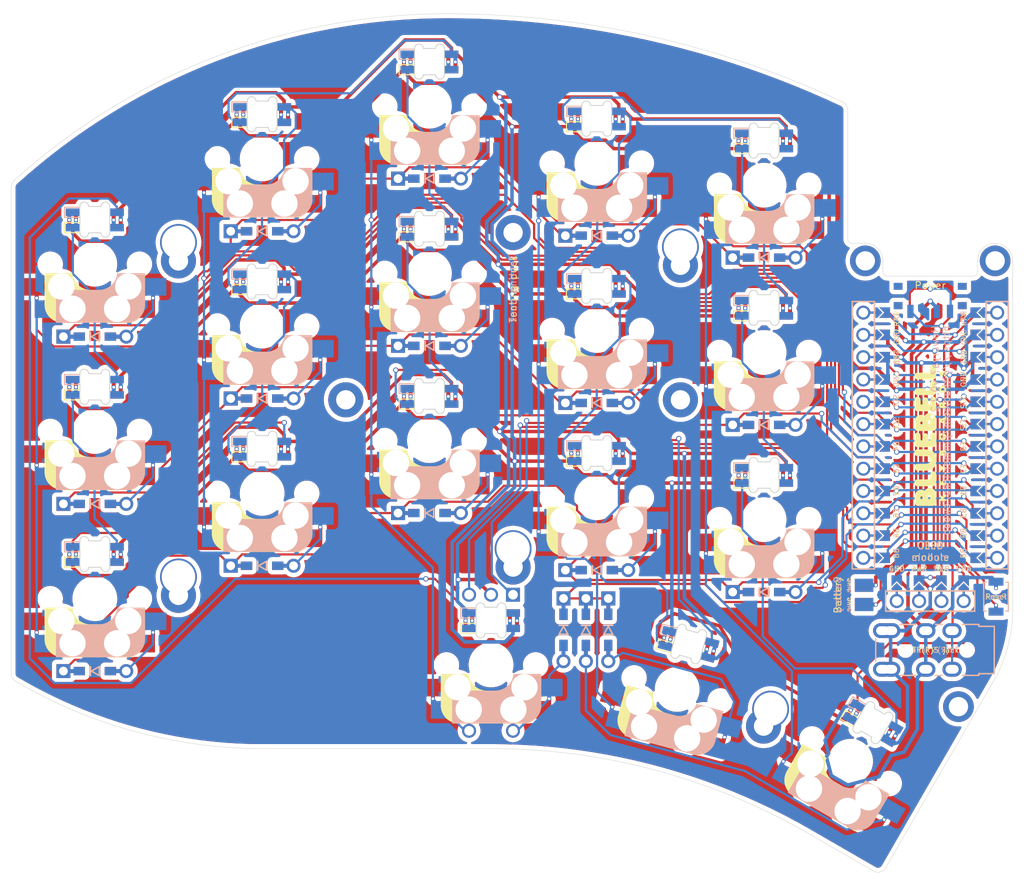
<source format=kicad_pcb>
(kicad_pcb (version 20211014) (generator pcbnew)
  (title_block (title "Howarya?") (date "2022-08-05") (rev "0.2.2") (company "jmnw"))
  (layers (0 "F.Cu" signal) (31 "B.Cu" signal) (34 "B.Paste" user) (35 "F.Paste" user) (36 "B.SilkS" user "B.Silkscreen") (37 "F.SilkS" user "F.Silkscreen") (38 "B.Mask" user) (39 "F.Mask" user) (44 "Edge.Cuts" user))
  (net 0 "")
  (net 1 "raw")
  (net 2 "Net-(BT1-Pad2)")
  (net 3 "row0")
  (net 4 "Net-(D1-Pad2)")
  (net 5 "GND")
  (net 6 "VCC")
  (net 7 "Net-(D2-Pad2)")
  (net 8 "Net-(D3-Pad2)")
  (net 9 "Net-(D4-Pad2)")
  (net 10 "Net-(D5-Pad2)")
  (net 11 "row1")
  (net 12 "Net-(D6-Pad2)")
  (net 13 "Net-(D7-Pad2)")
  (net 14 "data")
  (net 15 "reset")
  (net 16 "Net-(D8-Pad2)")
  (net 17 "Net-(D9-Pad2)")
  (net 18 "Net-(D10-Pad2)")
  (net 19 "row2")
  (net 20 "Net-(D11-Pad2)")
  (net 21 "Net-(D12-Pad2)")
  (net 22 "Net-(D13-Pad2)")
  (net 23 "Net-(D14-Pad2)")
  (net 24 "Net-(D15-Pad2)")
  (net 25 "row3")
  (net 26 "Net-(D17-Pad2)")
  (net 27 "er0")
  (net 28 "col2")
  (net 29 "edb")
  (net 30 "eda")
  (net 31 "Net-(L3-Pad4)")
  (net 32 "Net-(L1-Pad4)")
  (net 33 "Net-(L2-Pad2)")
  (net 34 "Net-(L2-Pad4)")
  (net 35 "Net-(L1-Pad2)")
  (net 36 "Net-(L4-Pad2)")
  (net 37 "Net-(L4-Pad4)")
  (net 38 "Net-(L5-Pad4)")
  (net 39 "Net-(L6-Pad4)")
  (net 40 "Net-(L12-Pad4)")
  (net 41 "Net-(L8-Pad4)")
  (net 42 "Net-(L14-Pad4)")
  (net 43 "Net-(L10-Pad4)")
  (net 44 "Net-(L11-Pad4)")
  (net 45 "Net-(L17-Pad2)")
  (net 46 "Net-(L18-Pad2)")
  (net 48 "led")
  (net 49 "sda")
  (net 50 "sla")
  (net 51 "unconnected-(PSW1-Pad3)")
  (net 52 "col0")
  (net 53 "col1")
  (net 54 "col3")
  (net 55 "col4")
  (net 56 "unconnected-(U1-Pad13)")
  (net 57 "unconnected-(U1-Pad14)")
  (net 58 "unconnected-(U1-Pad15)")
  (net 59 "Net-(D18-Pad2)")
  (net 60 "Net-(L17-Pad4)")
  (footprint "swoop:M2_double_hole_4mm" (layer "F.Cu") (at 138.456425 86.387913)
    (fp_text reference "H3" hide)
    (fp_text value "M2 Hole" hide)
  )
  (footprint "swoop:D_SMD_TH" (layer "F.Cu") (at 109.881427 78.612915)
    (fp_text reference "D3" hide)
    (fp_text value " 1N4148W" hide)
  )
  (footprint "swoop:MX_socket_reversible" (layer "F.Cu") (at 109.881427 108.462911)
    (fp_text reference "SW13" hide)
    (fp_text value "MX" hide)
  )
  (footprint "swoop:Tenting_puck" (layer "F.Cu") (at 119.406257 103.81246)
    (fp_text reference "PUCK1")
    (fp_text value "SYM_Arrow45_Small")
  )
  (footprint "swoop:SK6812_Mini_E" (layer "F.Cu") (at 71.78143 83.423417 180)
    (fp_text reference "L1" hide)
    (fp_text value "SK6812Mini-e" hide)
    (fp_line (start -0.7 -1.36) (end 0.7 -1.36) (layer "Edge.Cuts") (width 0.1))
    (fp_line (start -0.7 1.64) (end 0.7 1.64) (layer "Edge.Cuts") (width 0.1))
    (fp_line (start -1.7 -1.36) (end -1.7 1.64) (layer "Edge.Cuts") (width 0.1))
    (fp_line (start 1.7 1.64) (end 1.7 -1.36) (layer "Edge.Cuts") (width 0.1))
    (fp_arc (start 1.7 1.64) (mid 1.2 2.14) (end 0.7 1.64) (layer "Edge.Cuts") (width 0.1))
    (fp_arc (start -0.7 1.64) (mid -1.2 2.14) (end -1.7 1.64) (layer "Edge.Cuts") (width 0.1))
    (fp_arc (start -1.7 -1.36) (mid -1.2 -1.86) (end -0.7 -1.36) (layer "Edge.Cuts") (width 0.1))
    (fp_arc (start 0.7 -1.36) (mid 1.2 -1.86) (end 1.7 -1.36) (layer "Edge.Cuts") (width 0.1))
  )
  (footprint "graphics:title-bluebell" (layer "F.Cu") (at 166.896453 107.846579 90)
    (fp_text reference "G***" hide)
    (fp_text value "LOGO" hide)
  )
  (footprint "swoop:SK6812_Mini_E" (layer "F.Cu") (at 147.981423 74.422917 180)
    (fp_text reference "L5" hide)
    (fp_text value "SK6812Mini-e" hide)
    (fp_line (start 1.7 1.64) (end 1.7 -1.36) (layer "Edge.Cuts") (width 0.1))
    (fp_line (start -0.7 1.64) (end 0.7 1.64) (layer "Edge.Cuts") (width 0.1))
    (fp_line (start -1.7 -1.36) (end -1.7 1.64) (layer "Edge.Cuts") (width 0.1))
    (fp_line (start -0.7 -1.36) (end 0.7 -1.36) (layer "Edge.Cuts") (width 0.1))
    (fp_arc (start 1.7 1.64) (mid 1.2 2.14) (end 0.7 1.64) (layer "Edge.Cuts") (width 0.1))
    (fp_arc (start -1.7 -1.36) (mid -1.2 -1.86) (end -0.7 -1.36) (layer "Edge.Cuts") (width 0.1))
    (fp_arc (start -0.7 1.64) (mid -1.2 2.14) (end -1.7 1.64) (layer "Edge.Cuts") (width 0.1))
    (fp_arc (start 0.7 -1.36) (mid 1.2 -1.86) (end 1.7 -1.36) (layer "Edge.Cuts") (width 0.1))
  )
  (footprint "swoop:M2_double_hole_4mm" (layer "F.Cu") (at 81.306426 85.888414)
    (fp_text reference "H1" hide)
    (fp_text value "M2 Hole" hide)
  )
  (footprint "swoop:D_SMD_TH" (layer "F.Cu") (at 71.781428 115.663407)
    (fp_text reference "D6" hide)
    (fp_text value " 1N4148W" hide)
  )
  (footprint "swoop:SK6812_Mini_E" (layer "F.Cu") (at 90.831426 71.423413 180)
    (fp_text reference "L2" hide)
    (fp_text value "SK6812Mini-e" hide)
    (fp_line (start 1.7 1.64) (end 1.7 -1.36) (layer "Edge.Cuts") (width 0.1))
    (fp_line (start -0.7 -1.36) (end 0.7 -1.36) (layer "Edge.Cuts") (width 0.1))
    (fp_line (start -1.7 -1.36) (end -1.7 1.64) (layer "Edge.Cuts") (width 0.1))
    (fp_line (start -0.7 1.64) (end 0.7 1.64) (layer "Edge.Cuts") (width 0.1))
    (fp_arc (start -1.7 -1.36) (mid -1.2 -1.86) (end -0.7 -1.36) (layer "Edge.Cuts") (width 0.1))
    (fp_arc (start 1.7 1.64) (mid 1.2 2.14) (end 0.7 1.64) (layer "Edge.Cuts") (width 0.1))
    (fp_arc (start -0.7 1.64) (mid -1.2 2.14) (end -1.7 1.64) (layer "Edge.Cuts") (width 0.1))
    (fp_arc (start 0.7 -1.36) (mid 1.2 -1.86) (end 1.7 -1.36) (layer "Edge.Cuts") (width 0.1))
  )
  (footprint "swoop:SK6812_Mini_E" (layer "F.Cu") (at 109.88142 103.522916 180)
    (fp_text reference "L13" hide)
    (fp_text value "SK6812Mini-e" hide)
    (fp_line (start -0.7 -1.36) (end 0.7 -1.36) (layer "Edge.Cuts") (width 0.1))
    (fp_line (start -1.7 -1.36) (end -1.7 1.64) (layer "Edge.Cuts") (width 0.1))
    (fp_line (start 1.7 1.64) (end 1.7 -1.36) (layer "Edge.Cuts") (width 0.1))
    (fp_line (start -0.7 1.64) (end 0.7 1.64) (layer "Edge.Cuts") (width 0.1))
    (fp_arc (start -1.7 -1.36) (mid -1.2 -1.86) (end -0.7 -1.36) (layer "Edge.Cuts") (width 0.1))
    (fp_arc (start 1.7 1.64) (mid 1.2 2.14) (end 0.7 1.64) (layer "Edge.Cuts") (width 0.1))
    (fp_arc (start -0.7 1.64) (mid -1.2 2.14) (end -1.7 1.64) (layer "Edge.Cuts") (width 0.1))
    (fp_arc (start 0.7 -1.36) (mid 1.2 -1.86) (end 1.7 -1.36) (layer "Edge.Cuts") (width 0.1))
  )
  (footprint "swoop:MX_socket_reversible" (layer "F.Cu") (at 157.83139 144.983304 -30)
    (fp_text reference "SW18" hide)
    (fp_text value "MX" hide)
  )
  (footprint "swoop:Reset" (layer "F.Cu") (at 174.386226 126.236172 90)
    (fp_text reference "RSW1" hide)
    (fp_text value "Reset")
  )
  (footprint "swoop:D_SMD_TH" (layer "F.Cu") (at 71.781423 96.613416)
    (fp_text reference "D1" hide)
    (fp_text value " 1N4148W" hide)
  )
  (footprint "swoop:SK6812_Mini_E" (layer "F.Cu") (at 109.88143 65.422912 180)
    (fp_text reference "L3" hide)
    (fp_text value "SK6812Mini-e" hide)
    (fp_line (start 1.7 1.64) (end 1.7 -1.36) (layer "Edge.Cuts") (width 0.1))
    (fp_line (start -1.7 -1.36) (end -1.7 1.64) (layer "Edge.Cuts") (width 0.1))
    (fp_line (start -0.7 -1.36) (end 0.7 -1.36) (layer "Edge.Cuts") (width 0.1))
    (fp_line (start -0.7 1.64) (end 0.7 1.64) (layer "Edge.Cuts") (width 0.1))
    (fp_arc (start -1.7 -1.36) (mid -1.2 -1.86) (end -0.7 -1.36) (layer "Edge.Cuts") (width 0.1))
    (fp_arc (start 1.7 1.64) (mid 1.2 2.14) (end 0.7 1.64) (layer "Edge.Cuts") (width 0.1))
    (fp_arc (start -0.7 1.64) (mid -1.2 2.14) (end -1.7 1.64) (layer "Edge.Cuts") (width 0.1))
    (fp_arc (start 0.7 -1.36) (mid 1.2 -1.86) (end 1.7 -1.36) (layer "Edge.Cuts") (width 0.1))
  )
  (footprint "swoop:SK6812_Mini_E" (layer "F.Cu") (at 116.893553 129.073396 180)
    (fp_text reference "L16" hide)
    (fp_text value "SK6812Mini-e" hide)
    (fp_line (start -0.7 -1.36) (end 0.7 -1.36) (layer "Edge.Cuts") (width 0.1))
    (fp_line (start -0.7 1.64) (end 0.7 1.64) (layer "Edge.Cuts") (width 0.1))
    (fp_line (start -1.7 -1.36) (end -1.7 1.64) (layer "Edge.Cuts") (width 0.1))
    (fp_line (start 1.7 1.64) (end 1.7 -1.36) (layer "Edge.Cuts") (width 0.1))
    (fp_arc (start 0.7 -1.36) (mid 1.2 -1.86) (end 1.7 -1.36) (layer "Edge.Cuts") (width 0.1))
    (fp_arc (start 1.7 1.64) (mid 1.2 2.14) (end 0.7 1.64) (layer "Edge.Cuts") (width 0.1))
    (fp_arc (start -0.7 1.64) (mid -1.2 2.14) (end -1.7 1.64) (layer "Edge.Cuts") (width 0.1))
    (fp_arc (start -1.7 -1.36) (mid -1.2 -1.86) (end -0.7 -1.36) (layer "Edge.Cuts") (width 0.1))
  )
  (footprint "swoop:M2_hole_3.5mm" (layer "F.Cu") (at 174.287202 87.982996)
    (fp_text reference "Ref**" hide)
    (fp_text value "Val**" hide)
  )
  (footprint "swoop:SK6812_Mini_E" (layer "F.Cu") (at 147.98142 93.472911 180)
    (fp_text reference "L10" hide)
    (fp_text value "SK6812Mini-e" hide)
    (fp_line (start 1.7 1.64) (end 1.7 -1.36) (layer "Edge.Cuts") (width 0.1))
    (fp_line (start -1.7 -1.36) (end -1.7 1.64) (layer "Edge.Cuts") (width 0.1))
    (fp_line (start -0.7 -1.36) (end 0.7 -1.36) (layer "Edge.Cuts") (width 0.1))
    (fp_line (start -0.7 1.64) (end 0.7 1.64) (layer "Edge.Cuts") (width 0.1))
    (fp_arc (start 1.7 1.64) (mid 1.2 2.14) (end 0.7 1.64) (layer "Edge.Cuts") (width 0.1))
    (fp_arc (start -0.7 1.64) (mid -1.2 2.14) (end -1.7 1.64) (layer "Edge.Cuts") (width 0.1))
    (fp_arc (start -1.7 -1.36) (mid -1.2 -1.86) (end -0.7 -1.36) (layer "Edge.Cuts") (width 0.1))
    (fp_arc (start 0.7 -1.36) (mid 1.2 -1.86) (end 1.7 -1.36) (layer "Edge.Cuts") (width 0.1))
  )
  (footprint "swoop:M2_hole_3.5mm" (layer "F.Cu") (at 159.505877 87.983451)
    (fp_text reference "Ref**" hide)
    (fp_text value "Val**" hide)
  )
  (footprint "swoop:Power" (layer "F.Cu") (at 166.896456 91.983579 180)
    (fp_text reference "PSW1" hide)
    (fp_text value "Power")
  )
  (footprint "swoop:SK6812_Mini_E" (layer "F.Cu") (at 160.30139 140.704368 150)
    (fp_text reference "L18" hide)
    (fp_text value "SK6812Mini-e" hide)
    (fp_line (start 1.7 1.64) (end 1.7 -1.36) (layer "Edge.Cuts") (width 0.1))
    (fp_line (start -1.7 -1.36) (end -1.7 1.64) (layer "Edge.Cuts") (width 0.1))
    (fp_line (start -0.7 1.64) (end 0.7 1.64) (layer "Edge.Cuts") (width 0.1))
    (fp_line (start -0.7 -1.36) (end 0.7 -1.36) (layer "Edge.Cuts") (width 0.1))
    (fp_arc (start -0.7 1.64) (mid -1.2 2.14) (end -1.7 1.64) (layer "Edge.Cuts") (width 0.1))
    (fp_arc (start 0.7 -1.36) (mid 1.2 -1.86) (end 1.7 -1.36) (layer "Edge.Cuts") (width 0.1))
    (fp_arc (start -1.7 -1.36) (mid -1.2 -1.86) (end -0.7 -1.36) (layer "Edge.Cuts") (width 0.1))
    (fp_arc (start 1.7 1.64) (mid 1.2 2.14) (end 0.7 1.64) (layer "Edge.Cuts") (width 0.1))
  )
  (footprint "swoop:D_SMD_TH" (layer "F.Cu") (at 147.981429 125.712912)
    (fp_text reference "D15" hide)
    (fp_text value " 1N4148W" hide)
  )
  (footprint "swoop:RotaryEncoder" (layer "F.Cu") (at 116.893553 134.013395 -90)
    (fp_text reference "EN1")
    (fp_text value "RotaryEncoder_Switch")
  )
  (footprint "swoop:MX_socket_reversible" (layer "F.Cu") (at 128.931427 95.91291)
    (fp_text reference "SW9" hide)
    (fp_text value "MX" hide)
  )
  (footprint "swoop:MX_socket_reversible" (layer "F.Cu") (at 71.781426 126.463412)
    (fp_text reference "SW11" hide)
    (fp_text value "MX" hide)
  )
  (footprint "swoop:D_SMD_TH" (layer "F.Cu") (at 128.931432 85.112916)
    (fp_text reference "D4" hide)
    (fp_text value " 1N4148W" hide)
  )
  (footprint "swoop:D_SMD_TH" (layer "F.Cu") (at 109.881426 97.662917)
    (fp_text reference "D8" hide)
    (fp_text value " 1N4148W" hide)
  )
  (footprint "swoop:D_SMD_TH" (layer "F.Cu") (at 128.931427 104.162909)
    (fp_text reference "D9" hide)
    (fp_text value " 1N4148W" hide)
  )
  (footprint "swoop:D_SMD_TH" (layer "F.Cu") (at 147.981425 87.612919)
    (fp_text reference "D5" hide)
    (fp_text value " 1N4148W" hide)
  )
  (footprint "swoop:MX_socket_reversible" (layer "F.Cu") (at 147.981428 98.412915)
    (fp_text reference "SW10" hide)
    (fp_text value "MX" hide)
  )
  (footprint "swoop:MX_socket_reversible" (layer "F.Cu") (at 71.781428 107.413409)
    (fp_text reference "SW6" hide)
    (fp_text value "MX" hide)
  )
  (footprint "swoop:ProMicro_jumpers" (layer "F.Cu") (at 166.896453 107.846579)
    (fp_text reference "U1" hide)
    (fp_text value "ProMicro")
  )
  (footprint "swoop:D_SMD_TH" (layer "F.Cu") (at 71.781424 134.713412)
    (fp_text reference "D11" hide)
    (fp_text value " 1N4148W" hide)
  )
  (footprint "swoop:MX_socket_reversible" (layer "F.Cu") (at 90.831426 114.463416)
    (fp_text reference "SW12" hide)
    (fp_text value "MX" hide)
  )
  (footprint "swoop:TRRS-3pin" (layer "F.Cu") (at 172.585903 132.308278 -90)
    (fp_text reference "J1")
    (fp_text value "TRRS" hide)
  )
  (footprint "swoop:MX_socket_reversible" (layer "F.Cu") (at 109.881419 70.362914)
    (fp_text reference "SW3" hide)
    (fp_text value "MX" hide)
  )
  (footprint "swoop:MX_socket_reversible" (layer "F.Cu") (at 147.981426 79.362913)
    (fp_text reference "SW5" hide)
    (fp_text value "MX" hide)
  )
  (footprint "swoop:MX_socket_reversible" (layer "F.Cu") (at 116.893553 134.013395)
    (fp_text reference "SW16" hide)
    (fp_text value "MX" hide)
  )
  (footprint "swoop:M2_hole_3.5mm" (layer "F.Cu") (at 170.10976 138.764741)
    (fp_text reference "Ref**" hide)
    (fp_text value "Val**" hide)
  )
  (footprint "swoop:SK6812_Mini_E" (layer "F.Cu") (at 109.881426 84.472917 180)
    (fp_text reference "L8" hide)
    (fp_text value "SK6812Mini-e" hide)
    (fp_line (start -0.7 1.64) (end 0.7 1.64) (layer "Edge.Cuts") (width 0.1))
    (fp_line (start -1.7 -1.36) (end -1.7 1.64) (layer "Edge.Cuts") (width 0.1))
    (fp_line (start -0.7 -1.36) (end 0.7 -1.36) (layer "Edge.Cuts") (width 0.1))
    (fp_line (start 1.7 1.64) (end 1.7 -1.36) (layer "Edge.Cuts") (width 0.1))
    (fp_arc (start 0.7 -1.36) (mid 1.2 -1.86) (end 1.7 -1.36) (layer "Edge.Cuts") (width 0.1))
    (fp_arc (start 1.7 1.64) (mid 1.2 2.14) (end 0.7 1.64) (layer "Edge.Cuts") (width 0.1))
    (fp_arc (start -0.7 1.64) (mid -1.2 2.14) (end -1.7 1.64) (layer "Edge.Cuts") (width 0.1))
    (fp_arc (start -1.7 -1.36) (mid -1.2 -1.86) (end -0.7 -1.36) (layer "Edge.Cuts") (width 0.1))
  )
  (footprint "swoop:OLED_jumpers" (layer "F.Cu") (at 163.086629 126.736269)
    (fp_text reference "O1" hide)
    (fp_text value "OLED")
  )
  (footprint "swoop:MX_socket_reversible" (layer "F.Cu") (at 71.781419 88.363415)
    (fp_text reference "SW1" hide)
    (fp_text value "MX" hide)
  )
  (footprint "swoop:MX_socket_reversible" (layer "F.Cu") (at 128.931423 114.962912)
    (fp_text reference "SW14" hide)
    (fp_text value "MX" hide)
  )
  (footprint "swoop:D_SMD_TH" (layer "F.Cu") (at 128.931423 123.212913)
    (fp_text reference "D14" hide)
    (fp_text value " 1N4148W" hide)
  )
  (footprint "swoop:D_SMD_TH" (layer "F.Cu") (at 127.693549 130.013397 -90)
    (fp_text reference "D18" hide)
    (fp_text value " 1N4148W" hide)
  )
  (footprint "swoop:MX_socket_reversible" (layer "F.Cu") (at 90.831427 95.413412)
    (fp_text reference "SW7" hide)
    (fp_text value "MX" hide)
  )
  (footprint "swoop:MX_socket_reversible" (layer "F.Cu") (at 128.931428 76.862918)
    (fp_text reference "SW4" hide)
    (fp_text value "MX" hide)
  )
  (footprint "swoop:D_SMD_TH" (layer "F.Cu") (at 90.831426 103.663413)
    (fp_text reference "D7" hide)
    (fp_text value " 1N4148W" hide)
  )
  (footprint "swoop:SK6812_Mini_E" (layer "F.Cu") (at 71.78142 121.52341 180)
    (fp_text reference "L11" hide)
    (fp_text value "SK6812Mini-e" hide)
    (fp_line (start -0.7 1.64) (end 0.7 1.64) (layer "Edge.Cuts") (width 0.1))
    (fp_line (start 1.7 1.64) (end 1.7 -1.36) (layer "Edge.Cuts") (width 0.1))
    (fp_line (start -0.7 -1.36) (end 0.7 -1.36) (layer "Edge.Cuts") (width 0.1))
    (fp_line (start -1.7 -1.36) (end -1.7 1.64) (layer "Edge.Cuts") (width 0.1))
    (fp_arc (start -0.7 1.64) (mid -1.2 2.14) (end -1.7 1.64) (layer "Edge.Cuts") (width 0.1))
    (fp_arc (start 0.7 -1.36) (mid 1.2 -1.86) (end 1.7 -1.36) (layer "Edge.Cuts") (width 0.1))
    (fp_arc (start -1.7 -1.36) (mid -1.2 -1.86) (end -0.7 -1.36) (layer "Edge.Cuts") (width 0.1))
    (fp_arc (start 1.7 1.64) (mid 1.2 2.14) (end 0.7 1.64) (layer "Edge.Cuts") (width 0.1))
  )
  (footprint "swoop:D_SMD_TH" (layer "F.Cu") (at 90.831428 122.713415)
    (fp_text reference "D12" hide)
    (fp_text value " 1N4148W" hide)
  )
  (footprint "swoop:M2_double_hole_4mm" (layer "F.Cu") (at 81.306422 123.988413)
    (fp_text reference "H2" hide)
    (fp_text value "M2 Hole" hide)
  )
  (footprint "swoop:MX_socket_reversible" (layer "F.Cu") (at 138.084467 136.803614 -15)
    (fp_text reference "SW17" hide)
    (fp_text value "MX" hide)
  )
  (footprint "swoop:MX_socket_reversible" (layer "F.Cu") (at 109.881423 89.412917)
    (fp_text reference "SW8" hide)
    (fp_text value "MX" hide)
  )
  (footprint "swoop:SK6812_Mini_E" (layer "F.Cu") (at 139.363031 131.761944 165)
    (fp_text reference "L17" hide)
    (fp_text value "SK6812Mini-e" hide)
    (fp_line (start -1.7 -1.36) (end -1.7 1.64) (layer "Edge.Cuts") (width 0.1))
    (fp_line (start -0.7 1.64) (end 0.7 1.64) (layer "Edge.Cuts") (width 0.1))
    (fp_line (start 1.7 1.64) (end 1.7 -1.36) (layer "Edge.Cuts") (width 0.1))
    (fp_line (start -0.7 -1.36) (end 0.7 -1.36) (layer "Edge.Cuts") (width 0.1))
    (fp_arc (start -1.7 -1.36) (mid -1.2 -1.86) (end -0.7 -1.36) (layer "Edge.Cuts") (width 0.1))
    (fp_arc (start 1.7 1.64) (mid 1.2 2.14) (end 0.7 1.64) (layer "Edge.Cuts") (width 0.1))
    (fp_arc (start 0.7 -1.36) (mid 1.2 -1.86) (end 1.7 -1.36) (layer "Edge.Cuts") (width 0.1))
    (fp_arc (start -0.7 1.64) (mid -1.2 2.14) (end -1.7 1.64) (layer "Edge.Cuts") (width 0.1))
  )
  (footprint "swoop:SK6812_Mini_E" (layer "F.Cu") (at 128.931421 110.022914 180)
    (fp_text reference "L14" hide)
    (fp_text value "SK6812Mini-e" hide)
    (fp_line (start 1.7 1.64) (end 1.7 -1.36) (layer "Edge.Cuts") (width 0.1))
    (fp_line (start -0.7 -1.36) (end 0.7 -1.36) (layer "Edge.Cuts") (width 0.1))
    (fp_line (start -0.7 1.64) (end 0.7 1.64) (layer "Edge.Cuts") (width 0.1))
    (fp_line (start -1.7 -1.36) (end -1.7 1.64) (layer "Edge.Cuts") (width 0.1))
    (fp_arc (start -0.7 1.64) (mid -1.2 2.14) (end -1.7 1.64) (layer "Edge.Cuts") (width 0.1))
    (fp_arc (start 1.7 1.64) (mid 1.2 2.14) (end 0.7 1.64) (layer "Edge.Cuts") (width 0.1))
    (fp_arc (start -1.7 -1.36) (mid -1.2 -1.86) (end -0.7 -1.36) (layer "Edge.Cuts") (width 0.1))
    (fp_arc (start 0.7 -1.36) (mid 1.2 -1.86) (end 1.7 -1.36) (layer "Edge.Cuts") (width 0.1))
  )
  (footprint "swoop:M2_double_hole_4mm" (layer "F.Cu") (at 119.405921 120.762856)
    (fp_text reference "H4" hide)
    (fp_text value "M2 Hole" hide)
  )
  (footprint "swoop:D_SMD_TH" (layer "F.Cu") (at 109.881425 116.71291)
    (fp_text reference "D13" hide)
    (fp_text value " 1N4148W" hide)
  )
  (footprint "swoop:Battery_pads_reversible" (layer "F.Cu") (at 159.363628 126.034766 -90)
    (fp_text reference "BT1" hide)
    (fp_text value "Battery")
  )
  (footprint "swoop:SK6812_Mini_E" (layer "F.Cu") (at 147.98142 112.522914 180)
    (fp_text reference "L15" hide)
    (fp_text value "SK6812Mini-e" hide)
    (fp_line (start 1.7 1.64) (end 1.7 -1.36) (layer "Edge.Cuts") (width 0.1))
    (fp_line (start -0.7 -1.36) (end 0.7 -1.36) (layer "Edge.Cuts") (width 0.1))
    (fp_line (start -1.7 -1.36) (end -1.7 1.64) (layer "Edge.Cuts") (width 0.1))
    (fp_line (start -0.7 1.64) (end 0.7 1.64) (layer "Edge.Cuts") (width 0.1))
    (fp_arc (start 1.7 1.64) (mid 1.2 2.14) (end 0.7 1.64) (layer "Edge.Cuts") (width 0.1))
    (fp_arc (start 0.7 -1.36) (mid 1.2 -1.86) (end 1.7 -1.36) (layer "Edge.Cuts") (width 0.1))
    (fp_arc (start -0.7 1.64) (mid -1.2 2.14) (end -1.7 1.64) (layer "Edge.Cuts") (width 0.1))
    (fp_arc (start -1.7 -1.36) (mid -1.2 -1.86) (end -0.7 -1.36) (layer "Edge.Cuts") (width 0.1))
  )
  (footprint "swoop:SK6812_Mini_E" (layer "F.Cu") (at 128.931428 90.972918 180)
    (fp_text reference "L9" hide)
    (fp_text value "SK6812Mini-e" hide)
    (fp_line (start -0.7 -1.36) (end 0.7 -1.36) (layer "Edge.Cuts") (width 0.1))
    (fp_line (start -1.7 -1.36) (end -1.7 1.64) (layer "Edge.Cuts") (width 0.1))
    (fp_line (start -0.7 1.64) (end 0.7 1.64) (layer "Edge.Cuts") (width 0.1))
    (fp_line (start 1.7 1.64) (end 1.7 -1.36) (layer "Edge.Cuts") (width 0.1))
    (fp_arc (start -1.7 -1.36) (mid -1.2 -1.86) (end -0.7 -1.36) (layer "Edge.Cuts") (width 0.1))
    (fp_arc (start 0.7 -1.36) (mid 1.2 -1.86) (end 1.7 -1.36) (layer "Edge.Cuts") (width 0.1))
    (fp_arc (start 1.7 1.64) (mid 1.2 2.14) (end 0.7 1.64) (layer "Edge.Cuts") (width 0.1))
    (fp_arc (start -0.7 1.64) (mid -1.2 2.14) (end -1.7 1.64) (layer "Edge.Cuts") (width 0.1))
  )
  (footprint "swoop:M2_double_hole_4mm" (layer "F.Cu") (at 148.723121 139.045671 -22.5)
    (fp_text reference "H4" hide)
    (fp_text value "M2 Hole" hide)
  )
  (footprint "swoop:SK6812_Mini_E" (layer "F.Cu") (at 128.931421 71.922919 180)
    (fp_text reference "L4" hide)
    (fp_text value "SK6812Mini-e" hide)
    (fp_line (start -0.7 -1.36) (end 0.7 -1.36) (layer "Edge.Cuts") (width 0.1))
    (fp_line (start -0.7 1.64) (end 0.7 1.64) (layer "Edge.Cuts") (width 0.1))
    (fp_line (start -1.7 -1.36) (end -1.7 1.64) (layer "Edge.Cuts") (width 0.1))
    (fp_line (start 1.7 1.64) (end 1.7 -1.36) (layer "Edge.Cuts") (width 0.1))
    (fp_arc (start -1.7 -1.36) (mid -1.2 -1.86) (end -0.7 -1.36) (layer "Edge.Cuts") (width 0.1))
    (fp_arc (start -0.7 1.64) (mid -1.2 2.14) (end -1.7 1.64) (layer "Edge.Cuts") (width 0.1))
    (fp_arc (start 0.7 -1.36) (mid 1.2 -1.86) (end 1.7 -1.36) (layer "Edge.Cuts") (width 0.1))
    (fp_arc (start 1.7 1.64) (mid 1.2 2.14) (end 0.7 1.64) (layer "Edge.Cuts") (width 0.1))
  )
  (footprint "swoop:SK6812_Mini_E" (layer "F.Cu") (at 90.831424 90.473414 180)
    (fp_text reference "L7" hide)
    (fp_text value "SK6812Mini-e" hide)
    (fp_line (start -0.7 1.64) (end 0.7 1.64) (layer "Edge.Cuts") (width 0.1))
    (fp_line (start -0.7 -1.36) (end 0.7 -1.36) (layer "Edge.Cuts") (width 0.1))
    (fp_line (start 1.7 1.64) (end 1.7 -1.36) (layer "Edge.Cuts") (width 0.1))
    (fp_line (start -1.7 -1.36) (end -1.7 1.64) (layer "Edge.Cuts") (width 0.1))
    (fp_arc (start 1.7 1.64) (mid 1.2 2.14) (end 0.7 1.64) (layer "Edge.Cuts") (width 0.1))
    (fp_arc (start -0.7 1.64) (mid -1.2 2.14) (end -1.7 1.64) (layer "Edge.Cuts") (width 0.1))
    (fp_arc (start 0.7 -1.36) (mid 1.2 -1.86) (end 1.7 -1.36) (layer "Edge.Cuts") (width 0.1))
    (fp_arc (start -1.7 -1.36) (mid -1.2 -1.86) (end -0.7 -1.36) (layer "Edge.Cuts") (width 0.1))
  )
  (footprint "swoop:D_SMD_TH" (layer "F.Cu") (at 90.831423 84.613417)
    (fp_text reference "D2" hide)
    (fp_text value " 1N4148W" hide)
  )
  (footprint "swoop:D_SMD_TH" (layer "F.Cu") (at 130.243547 130.013396 -90)
    (fp_text reference "D17" hide)
    (fp_text value " 1N4148W" hide)
  )
  (footprint "swoop:D_SMD_TH" (layer "F.Cu") (at 125.143549 130.013394 -90)
    (fp_text reference "D16" hide)
    (fp_text value " 1N4148W" hide)
  )
  (footprint "swoop:MX_socket_reversible" (layer "F.Cu") (at 147.981429 117.462914)
    (fp_text reference "SW15" hide)
    (fp_text value "MX" hide)
  )
  (footprint "swoop:D_SMD_TH" (layer "F.Cu") (at 147.981425 106.662918)
    (fp_text reference "D10" hide)
    (fp_text value " 1N4148W" hide)
  )
  (footprint "swoop:SK6812_Mini_E" (layer "F.Cu") (at 71.781422 102.473415 180)
    (fp_text reference "L6" hide)
    (fp_text value "SK6812Mini-e" hide)
    (fp_line (start -0.7 -1.36) (end 0.7 -1.36) (layer "Edge.Cuts") (width 0.1))
    (fp_line (start -1.7 -1.36) (end -1.7 1.64) (layer "Edge.Cuts") (width 0.1))
    (fp_line (start 1.7 1.64) (end 1.7 -1.36) (layer "Edge.Cuts") (width 0.1))
    (fp_line (start -0.7 1.64) (end 0.7 1.64) (layer "Edge.Cuts") (width 0.1))
    (fp_arc (start 1.7 1.64) (mid 1.2 2.14) (end 0.7 1.64) (layer "Edge.Cuts") (width 0.1))
    (fp_arc (start 0.7 -1.36) (mid 1.2 -1.86) (end 1.7 -1.36) (layer "Edge.Cuts") (width 0.1))
    (fp_arc (start -0.7 1.64) (mid -1.2 2.14) (end -1.7 1.64) (layer "Edge.Cuts") (width 0.1))
    (fp_arc (start -1.7 -1.36) (mid -1.2 -1.86) (end -0.7 -1.36) (layer "Edge.Cuts") (width 0.1))
  )
  (footprint "swoop:SK6812_Mini_E" (layer "F.Cu") (at 90.831423 109.52341 180)
    (fp_text reference "L12" hide)
    (fp_text value "SK6812Mini-e" hide)
    (fp_line (start -0.7 -1.36) (end 0.7 -1.36) (layer "Edge.Cuts") (width 0.1))
    (fp_line (start -1.7 -1.36) (end -1.7 1.64) (layer "Edge.Cuts") (width 0.1))
    (fp_line (start -0.7 1.64) (end 0.7 1.64) (layer "Edge.Cuts") (width 0.1))
    (fp_line (start 1.7 1.64) (end 1.7 -1.36) (layer "Edge.Cuts") (width 0.1))
    (fp_arc (start 0.7 -1.36) (mid 1.2 -1.86) (end 1.7 -1.36) (layer "Edge.Cuts") (width 0.1))
    (fp_arc (start -1.7 -1.36) (mid -1.2 -1.86) (end -0.7 -1.36) (layer "Edge.Cuts") (width 0.1))
    (fp_arc (start -0.7 1.64) (mid -1.2 2.14) (end -1.7 1.64) (layer "Edge.Cuts") (width 0.1))
    (fp_arc (start 1.7 1.64) (mid 1.2 2.14) (end 0.7 1.64) (layer "Edge.Cuts") (width 0.1))
  )
  (footprint "swoop:MX_socket_reversible" (layer "F.Cu") (at 90.831422 76.363417)
    (fp_text reference "SW2" hide)
    (fp_text value "MX" hide)
  )
  (gr_line (start 162.005989 89.733337) (end 171.786833 89.732736) (layer "Edge.Cuts") (width 0.05))
  (gr_line (start 62.256824 79.588665) (end 62.256818 134.988564) (layer "Edge.Cuts") (width 0.05))
  (gr_line (start 157.50588 85.483447) (end 157.50588 70.787584) (layer "Edge.Cuts") (width 0.05))
  (gr_line (start 176.287135 87.982959) (end 176.28682 127.767725) (layer "Edge.Cuts") (width 0.05))
  (gr_arc (start 62.580624 78.852009) (mid 85.461023 64.755855) (end 111.881165 59.837491) (layer "Edge.Cuts") (width 0.05))
  (gr_arc (start 62.730219 135.83792) (mid 62.383161 135.474751) (end 62.256818 134.988564) (layer "Edge.Cuts") (width 0.05))
  (gr_arc (start 159.505823 85.983273) (mid 160.920075 86.569115) (end 161.50581 87.98341) (layer "Edge.Cuts") (width 0.05))
  (gr_arc (start 156.930622 69.882009) (mid 157.349906 70.251164) (end 157.50588 70.787584) (layer "Edge.Cuts") (width 0.05))
  (gr_line (start 116.893613 143.538569) (end 90.831732 143.53891) (layer "Edge.Cuts") (width 0.05))
  (gr_line (start 160.451841 157.493707) (end 153.069154 153.231306) (layer "Edge.Cuts") (width 0.05))
  (gr_arc (start 162.005989 89.733337) (mid 161.652432 89.586894) (end 161.505982 89.23334) (layer "Edge.Cuts") (width 0.05))
  (gr_line (start 158.005884 85.983448) (end 159.505823 85.983273) (layer "Edge.Cuts") (width 0.05))
  (gr_line (start 161.50581 87.98341) (end 161.505982 89.23334) (layer "Edge.Cuts") (width 0.05))
  (gr_arc (start 111.881165 59.837491) (mid 134.958986 62.37914) (end 156.930622 69.882009) (layer "Edge.Cuts") (width 0.05))
  (gr_arc (start 116.893613 143.538569) (mid 135.61939 146.003749) (end 153.069154 153.231306) (layer "Edge.Cuts") (width 0.05))
  (gr_line (start 172.286838 89.232738) (end 172.287011 87.98281) (layer "Edge.Cuts") (width 0.05))
  (gr_arc (start 90.831732 143.53891) (mid 76.262934 141.57879) (end 62.730219 135.83792) (layer "Edge.Cuts") (width 0.05))
  (gr_arc (start 161.817872 157.127673) (mid 161.210665 157.593605) (end 160.451841 157.493707) (layer "Edge.Cuts") (width 0.05))
  (gr_arc (start 158.005884 85.983448) (mid 157.652327 85.837003) (end 157.50588 85.483447) (layer "Edge.Cuts") (width 0.05))
  (gr_arc (start 172.286838 89.232738) (mid 172.140389 89.586292) (end 171.786833 89.732736) (layer "Edge.Cuts") (width 0.05))
  (gr_arc (start 62.256824 79.588665) (mid 62.341347 79.186326) (end 62.580624 78.852009) (layer "Edge.Cuts") (width 0.05))
  (gr_arc (start 174.287148 85.982823) (mid 175.701399 86.568664) (end 176.287135 87.982959) (layer "Edge.Cuts") (width 0.05))
  (gr_arc (start 176.28682 127.767725) (mid 175.829733 131.529076) (end 174.540128 135.091885) (layer "Edge.Cuts") (width 0.05))
  (gr_line (start 161.817872 157.127673) (end 174.540128 135.091885) (layer "Edge.Cuts") (width 0.05))
  (gr_arc (start 172.287011 87.98281) (mid 172.872853 86.568559) (end 174.287148 85.982823) (layer "Edge.Cuts") (width 0.05))
  (gr_text "Howarya? v0.2.2\nhttps://github.com/jimmerricks/swoop" (at 168.090207 95.278026 90) (layer "B.SilkS") (effects (font (size 0.8 0.8) (thickness 0.1)) (justify left mirror)))
  (segment (start 163.068 94.874126) (end 163.068 96.049123) (width 0.4) (layer "F.Cu") (net 1))
  (segment (start 160.705228 124.934366) (end 160.705228 123.997067) (width 0.4) (layer "F.Cu") (net 1))
  (segment (start 162.070453 93.876579) (end 163.068 94.874126) (width 0.4) (layer "F.Cu") (net 1))
  (segment (start 163.068 96.049123) (end 164.070459 97.051582) (width 0.4) (layer "F.Cu") (net 1))
  (segment (start 164.769965 98.604913) (end 166.157136 97.217744) (width 0.4) (layer "F.Cu") (net 1))
  (segment (start 162.485939 122.816096) (end 164.769965 120.532069) (width 0.4) (layer "F.Cu") (net 1))
  (segment (start 160.705228 123.997067) (end 161.886201 122.816096) (width 0.4) (layer "F.Cu") (net 1))
  (segment (start 166.157136 97.217744) (end 166.157137 97.216097) (width 0.4) (layer "F.Cu") (net 1))
  (segment (start 164.769965 120.532069) (end 164.769965 98.604913) (width 0.4) (layer "F.Cu") (net 1))
  (segment (start 161.886201 122.816096) (end 162.485939 122.816096) (width 0.4) (layer "F.Cu") (net 1))
  (segment (start 166.157137 97.217742) (end 166.157137 97.216097) (width 0.4) (layer "F.Cu") (net 1))
  (via (at 164.070459 97.051582) (size 0.6) (drill 0.4) (layers "F.Cu" "B.Cu") (net 1))
  (via (at 166.157137 97.216097) (size 0.6) (drill 0.4) (layers "F.Cu" "B.Cu") (net 1))
  (segment (start 166.157137 97.216097) (end 164.234976 97.216098) (width 0.4) (layer "B.Cu") (net 1))
  (segment (start 164.234976 97.216098) (end 164.070459 97.051582) (width 0.4) (layer "B.Cu") (net 1))
  (segment (start 170.956358 94.642681) (end 171.722464 93.876578) (width 0.4) (layer "B.Cu") (net 1))
  (segment (start 170.956351 96.318418) (end 170.956358 94.642681) (width 0.4) (layer "B.Cu") (net 1))
  (segment (start 170.058695 97.21609) (end 170.956351 96.318418) (width 0.4) (layer "B.Cu") (net 1))
  (segment (start 170.058695 97.21609) (end 166.157137 97.216097) (width 0.4) (layer "B.Cu") (net 1))
  (segment (start 161.258339 124.185739) (end 162.103458 123.34062) (width 0.25) (layer "F.Cu") (net 2))
  (segment (start 161.258339 126.581655) (end 161.258339 124.185739) (width 0.25) (layer "F.Cu") (net 2))
  (segment (start 162.103458 123.34062) (end 162.703205 123.34062) (width 0.25) (layer "F.Cu") (net 2))
  (segment (start 165.294479 120.749328) (end 165.294489 98.974748) (width 0.25) (layer "F.Cu") (net 2))
  (segment (start 169.154942 94.428115) (end 168.17663 95.406435) (width 0.25) (layer "F.Cu") (net 2))
  (segment (start 162.703205 123.34062) (end 165.294479 120.749328) (width 0.25) (layer "F.Cu") (net 2))
  (segment (start 169.154936 93.733389) (end 169.154942 94.428115) (width 0.25) (layer "F.Cu") (net 2))
  (segment (start 165.294489 98.974748) (end 168.176627 96.092611) (width 0.25) (layer "F.Cu") (net 2))
  (segment (start 168.176627 96.092611) (end 168.17663 95.406435) (width 0.25) (layer "F.Cu") (net 2))
  (segment (start 160.705228 127.134766) (end 161.258339 126.581655) (width 0.25) (layer "F.Cu") (net 2))
  (via (at 168.17663 95.406435) (size 0.6) (drill 0.4) (layers "F.Cu" "B.Cu") (net 2))
  (segment (start 166.327976 95.406426) (end 168.17663 95.406435) (width 0.25) (layer "B.Cu") (net 2))
  (segment (start 164.654934 93.73339) (end 166.327976 95.406426) (width 0.25) (layer "B.Cu") (net 2))
  (segment (start 87.255423 86.53717) (end 84.621854 89.170741) (width 0.25) (layer "F.Cu") (net 3))
  (segment (start 102.200943 78.61291) (end 97.491924 83.321936) (width 0.25) (layer "F.Cu") (net 3))
  (segment (start 144.405424 87.612915) (end 140.613947 83.821439) (width 0.25) (layer "F.Cu") (net 3))
  (segment (start 87.255423 84.613416) (end 87.255423 86.53717) (width 0.25) (layer "F.Cu") (net 3))
  (segment (start 140.613947 83.821439) (end 126.646907 83.821439) (width 0.25) (layer "F.Cu") (net 3))
  (segment (start 106.305425 78.612916) (end 102.200943 78.61291) (width 0.25) (layer "F.Cu") (net 3))
  (segment (start 156.954017 102.766302) (end 157.128998 102.941282) (width 0.25) (layer "F.Cu") (net 3))
  (segment (start 171.357466 109.116582) (end 170.722461 108.481579) (width 0.25) (layer "F.Cu") (net 3))
  (segment (start 145.346731 88.554223) (end 150.773268 88.554221) (width 0.25) (layer "F.Cu") (net 3))
  (segment (start 150.773268 88.554221) (end 152.015506 89.796461) (width 0.25) (layer "F.Cu") (net 3))
  (segment (start 69.496903 95.321933) (end 68.205426 96.613416) (width 0.25) (layer "F.Cu") (net 3))
  (segment (start 107.596903 77.321436) (end 106.305425 78.612916) (width 0.25) (layer "F.Cu") (net 3))
  (segment (start 78.441923 95.321932) (end 69.496903 95.321933) (width 0.25) (layer "F.Cu") (net 3))
  (segment (start 83.474072 89.823585) (end 83.47407 90.289788) (width 0.25) (layer "F.Cu") (net 3))
  (segment (start 84.621854 89.170741) (end 84.126915 89.17074) (width 0.25) (layer "F.Cu") (net 3))
  (segment (start 144.405425 87.612919) (end 145.346731 88.554223) (width 0.25) (layer "F.Cu") (net 3))
  (segment (start 125.355431 85.112916) (end 124.964635 85.112915) (width 0.25) (layer "F.Cu") (net 3))
  (segment (start 84.126915 89.17074) (end 83.474072 89.823585) (width 0.25) (layer "F.Cu") (net 3))
  (segment (start 117.173152 77.321434) (end 107.596903 77.321436) (width 0.25) (layer "F.Cu") (net 3))
  (segment (start 97.491924 83.321936) (end 88.546901 83.321933) (width 0.25) (layer "F.Cu") (net 3))
  (segment (start 156.954017 101.097896) (end 156.954017 102.766302) (width 0.25) (layer "F.Cu") (net 3))
  (segment (start 88.546901 83.321933) (end 87.255423 84.613416) (width 0.25) (layer "F.Cu") (net 3))
  (segment (start 83.47407 90.289788) (end 78.441926 95.32193) (width 0.25) (layer "F.Cu") (net 3))
  (segment (start 126.646907 83.821439) (end 125.355431 85.112916) (width 0.25) (layer "F.Cu") (net 3))
  (segment (start 152.015506 89.796461) (end 156.954019 94.734972) (width 0.25) (layer "F.Cu") (net 3))
  (segment (start 124.964635 85.112915) (end 117.173152 77.321434) (width 0.25) (layer "F.Cu") (net 3))
  (segment (start 171.722462 109.116586) (end 171.357466 109.116582) (width 0.25) (layer "F.Cu") (net 3))
  (segment (start 156.954019 94.734972) (end 156.954017 101.097896) (width 0.25) (layer "F.Cu") (net 3))
  (segment (start 78.441926 95.32193) (end 78.441923 95.321932) (width 0.25) (layer "F.Cu") (net 3))
  (via (at 170.722461 108.481579) (size 0.6) (drill 0.4) (layers "F.Cu" "B.Cu") (net 3))
  (via (at 157.128998 102.941282) (size 0.6) (drill 0.4) (layers "F.Cu" "B.Cu") (net 3))
  (segment (start 160.811772 107.857896) (end 162.070455 109.116579) (width 0.25) (layer "B.Cu") (net 3))
  (segment (start 157.128998 106.302824) (end 158.684071 107.857899) (width 0.25) (layer "B.Cu") (net 3))
  (segment (start 170.722461 108.481579) (end 162.705456 108.481581) (width 0.25) (layer "B.Cu") (net 3))
  (segment (start 158.684071 107.857899) (end 160.811772 107.857896) (width 0.25) (layer "B.Cu") (net 3))
  (segment (start 157.128998 102.941282) (end 157.128998 106.302824) (width 0.25) (layer "B.Cu") (net 3))
  (segment (start 162.705456 108.481581) (end 162.070461 109.116581) (width 0.25) (layer "B.Cu") (net 3))
  (segment (start 78.40142 93.569414) (end 75.357421 96.613416) (width 0.25) (layer "B.Cu") (net 4))
  (segment (start 78.401424 92.213414) (end 78.40142 93.569414) (width 0.25) (layer "B.Cu") (net 4))
  (segment (start 171.722462 98.956573) (end 171.722455 101.496573) (width 0.4) (layer "F.Cu") (net 5))
  (segment (start 75.480933 122.961269) (end 74.602702 123.839501) (width 0.4) (layer "F.Cu") (net 5))
  (segment (start 164.370867 128.093235) (end 166.385904 130.108277) (width 0.4) (layer "F.Cu") (net 5))
  (segment (start 88.331427 72.832088) (end 89.238847 73.739511) (width 0.4) (layer "F.Cu") (net 5))
  (segment (start 145.481425 75.197916) (end 130.882099 75.197915) (width 0.4) (layer "F.Cu") (net 5))
  (segment (start 126.431427 91.747919) (end 126.431425 92.38159) (width 0.4) (layer "F.Cu") (net 5))
  (segment (start 87.627401 72.198417) (end 75.555754 84.270062) (width 0.4) (layer "F.Cu") (net 5))
  (segment (start 131.045561 94.247913) (end 130.086659 93.28901) (width 0.4) (layer "F.Cu") (net 5))
  (segment (start 88.331427 72.198416) (end 88.331427 72.832088) (width 0.4) (layer "F.Cu") (net 5))
  (segment (start 88.331425 110.298414) (end 88.331422 110.932085) (width 0.4) (layer "F.Cu") (net 5))
  (segment (start 137.78148 128.18512) (end 142.924538 129.563198) (width 0.4) (layer "F.Cu") (net 5))
  (segment (start 166.154946 94.238113) (end 164.941623 95.451419) (width 0.4) (layer "F.Cu") (net 5))
  (segment (start 99.242701 111.839505) (end 106.784288 104.297914) (width 0.4) (layer "F.Cu") (net 5))
  (segment (start 74.532696 104.789506) (end 75.480936 103.841269) (width 0.4) (layer "F.Cu") (net 5))
  (segment (start 114.335669 105.85228) (end 119.281305 110.797911) (width 0.4) (layer "F.Cu") (net 5))
  (segment (start 75.480934 122.611267) (end 75.480933 122.961269) (width 0.4) (layer "F.Cu") (net 5))
  (segment (start 166.154942 93.333396) (end 166.904948 92.583399) (width 0.4) (layer "F.Cu") (net 5))
  (segment (start 113.169904 124.287898) (end 115.168055 124.287897) (width 0.4) (layer "F.Cu") (net 5))
  (segment (start 75.480935 103.394881) (end 87.627403 91.248415) (width 0.4) (layer "F.Cu") (net 5))
  (segment (start 108.286655 67.739005) (end 114.322391 67.739002) (width 0.4) (layer "F.Cu") (net 5))
  (segment (start 126.431425 73.353778) (end 127.316656 74.239009) (width 0.4) (layer "F.Cu") (net 5))
  (segment (start 162.070461 97.45658) (end 163.570459 98.956578) (width 0.4) (layer "F.Cu") (net 5))
  (segment (start 136.587731 130.914775) (end 136.071793 130.776532) (width 0.4) (layer "F.Cu") (net 5))
  (segment (start 119.281308 72.697921) (end 126.431425 72.697918) (width 0.4) (layer "F.Cu") (net 5))
  (segment (start 166.154929 93.733393) (end 166.154946 94.238113) (width 0.4) (layer "F.Cu") (net 5))
  (segment (start 75.555754 84.948111) (end 74.764361 85.739504) (width 0.4) (layer "F.Cu") (net 5))
  (segment (start 88.331424 91.248419) (end 88.331423 91.882087) (width 0.4) (layer "F.Cu") (net 5))
  (segment (start 130.882099 75.197915) (end 129.923195 74.239008) (width 0.4) (layer "F.Cu") (net 5))
  (segment (start 136.195735 129.10065) (end 137.78148 128.18512) (width 0.4) (layer "F.Cu") (net 5))
  (segment (start 108.302114 105.852276) (end 114.335669 105.85228) (width 0.4) (layer "F.Cu") (net 5))
  (segment (start 127.338847 93.28901) (end 130.086659 93.28901) (width 0.4) (layer "F.Cu") (net 5))
  (segment (start 89.238842 92.789509) (end 99.182696 92.789506) (width 0.4) (layer "F.Cu") (net 5))
  (segment (start 164.941613 97.58541) (end 163.570459 98.956578) (width 0.4) (layer "F.Cu") (net 5))
  (segment (start 164.941623 95.451419) (end 164.941613 97.58541) (width 0.4) (layer "F.Cu") (net 5))
  (segment (start 157.082315 140.304133) (end 157.748826 140.125541) (width 0.4) (layer "F.Cu") (net 5))
  (segment (start 107.381428 66.833781) (end 108.286655 67.739005) (width 0.4) (layer "F.Cu") (net 5))
  (segment (start 88.331422 110.932085) (end 89.238842 111.839501) (width 0.4) (layer "F.Cu") (net 5))
  (segment (start 99.362698 73.739504) (end 106.904294 66.197912) (width 0.4) (layer "F.Cu") (net 5))
  (segment (start 69.281426 103.248417) (end 69.281422 103.882088) (width 0.4) (layer "F.Cu") (net 5))
  (segment (start 163.086621 123.698984) (end 165.819009 120.966601) (width 0.4) (layer "F.Cu") (net 5))
  (segment (start 75.480936 103.841269) (end 75.480935 103.394881) (width 0.4) (layer "F.Cu") (net 5))
  (segment (start 107.381429 66.197911) (end 107.381428 66.833781) (width 0.4) (layer "F.Cu") (net 5))
  (segment (start 163.086629 124.06227) (end 164.370861 125.346505) (width 0.4) (layer "F.Cu") (net 5))
  (segment (start 75.555754 84.270062) (end 75.555754 84.948111) (width 0.4) (layer "F.Cu") (net 5))
  (segment (start 89.238847 73.739511) (end 99.362698 73.739504) (width 0.4) (layer "F.Cu") (net 5))
  (segment (start 149.994541 136.212003) (end 157.082315 140.304133) (width 0.4) (layer "F.Cu") (net 5))
  (segment (start 137.484286 113.297913) (end 130.985562 113.297913) (width 0.4) (layer "F.Cu") (net 5))
  (segment (start 163.086626 124.062267) (end 163.086621 123.698984) (width 0.4) (layer "F.Cu") (net 5))
  (segment (start 106.784288 104.297914) (end 107.381425 104.297915) (width 0.4) (layer "F.Cu") (net 5))
  (segment (start 74.764361 85.739504) (end 70.188845 85.739506) (width 0.4) (layer "F.Cu") (net 5))
  (segment (start 106.72429 85.247912) (end 107.381422 85.247914) (width 0.4) (layer "F.Cu") (net 5))
  (segment (start 108.266654 86.789006) (end 114.336651 86.789003) (width 0.4) (layer "F.Cu") (net 5))
  (segment (start 126.431425 92.38159) (end 127.338847 93.28901) (width 0.4) (layer "F.Cu") (net 5))
  (segment (start 145.481422 113.297916) (end 137.484286 113.297913) (width 0.4) (layer "F.Cu") (net 5))
  (segment (start 107.381425 104.297915) (end 107.381418 104.931585) (width 0.4) (layer "F.Cu") (net 5))
  (segment (start 88.331423 91.882087) (end 89.238842 92.789509) (width 0.4) (layer "F.Cu") (net 5))
  (segment (start 136.071793 130.776532) (end 135.849739 130.391924) (width 0.4) (layer "F.Cu") (net 5))
  (segment (start 99.182696 92.789506) (end 106.72429 85.247912) (width 0.4) (layer "F.Cu") (net 5))
  (segment (start 114.322391 67.739002) (end 119.281308 72.697921) (width 0.4) (layer "F.Cu") (net 5))
  (segment (start 69.281422 122.932081) (end 70.188842 123.839501) (width 0.4) (layer "F.Cu") (net 5))
  (segment (start 146.171854 135.187718) (end 149.994541 136.212003) (width 0.4) (layer "F.Cu") (net 5))
  (segment (start 171.722467 99.226583) (end 170.722459 100.22659) (width 0.4) (layer "F.Cu") (net 5))
  (segment (start 165.819009 120.966601) (end 165.819007 99.701821) (width 0.4) (layer "F.Cu") (net 5))
  (segment (start 145.481419 94.247915) (end 131.045561 94.247913) (width 0.4) (layer "F.Cu") (net 5))
  (segment (start 107.381422 85.247914) (end 107.381427 85.903776) (width 0.4) (layer "F.Cu") (net 5))
  (segment (start 70.188845 85.739506) (end 69.281432 84.832085) (width 0.4) (layer "F.Cu") (net 5))
  (segment (start 142.924538 129.563198) (end 146.171854 135.187718) (width 0.4) (layer "F.Cu") (net 5))
  (segment (start 87.627403 91.248415) (end 88.331424 91.248419) (width 0.4) (layer "F.Cu") (net 5))
  (segment (start 126.431421 110.797916) (end 126.431421 111.431587) (width 0.4) (layer "F.Cu") (net 5))
  (segment (start 106.904294 66.197912) (end 107.381429 66.197911) (width 0.4) (layer "F.Cu") (net 5))
  (segment (start 107.381418 104.931585) (end 108.302114 105.852276) (width 0.4) (layer "F.Cu") (net 5))
  (segment (start 127.316656 74.239009) (end 129.923195 74.239008) (width 0.4) (layer "F.Cu") (net 5))
  (segment (start 171.722462 98.956573) (end 171.722467 99.226583) (width 0.4) (layer "F.Cu") (net 5))
  (segment (start 88.331427 72.198416) (end 87.627401 72.198417) (width 0.4) (layer "F.Cu") (net 5))
  (segment (start 88.331425 110.298414) (end 87.79379 110.298413) (width 0.4) (layer "F.Cu") (net 5))
  (segment (start 69.281422 122.298408) (end 69.281422 122.932081) (width 0.4) (layer "F.Cu") (net 5))
  (segment (start 164.370861 125.346505) (end 164.370867 128.093235) (width 0.4) (layer "F.Cu") (net 5))
  (segment (start 119.295565 91.747919) (end 126.431427 91.747919) (width 0.4) (layer "F.Cu") (net 5))
  (segment (start 114.336651 86.789003) (end 119.295565 91.747919) (width 0.4) (layer "F.Cu") (net 5))
  (segment (start 126.431421 111.431587) (end 127.35211 112.352282) (width 0.4) (layer "F.Cu") (net 5))
  (segment (start 130.985562 113.297913) (end 130.039927 112.352278) (width 0.4) (layer "F.Cu") (net 5))
  (segment (start 119.281305 110.797911) (end 126.431421 110.797916) (width 0.4) (layer "F.Cu") (net 5))
  (segment (start 135.849739 130.391924) (end 136.195735 129.10065) (width 0.4) (layer "F.Cu") (net 5))
  (segment (start 166.154945 93.733393) (end 166.154942 93.333396) (width 0.4) (layer "F.Cu") (net 5))
  (segment (start 165.819007 99.701821) (end 165.918989 99.601838) (width 0.4) (layer "F.Cu") (net 5))
  (segment (start 89.238842 111.839501) (end 99.242701 111.839505) (width 0.4) (layer "F.Cu") (net 5))
  (segment (start 127.35211 112.352282) (end 130.039927 112.352278) (width 0.4) (layer "F.Cu") (net 5))
  (segment (start 70.188842 104.789501) (end 74.532696 104.789506) (width 0.4) (layer "F.Cu") (net 5))
  (segment (start 107.381427 85.903776) (end 108.266654 86.789006) (width 0.4) (layer "F.Cu") (net 5))
  (segment (start 126.431425 72.697918) (end 126.431425 73.353778) (width 0.4) (layer "F.Cu") (net 5))
  (segment (start 87.79379 110.298413) (end 75.480934 122.611267) (width 0.4) (layer "F.Cu") (net 5))
  (segment (start 69.281432 84.832085) (end 69.281429 84.198414) (width 0.4) (layer "F.Cu") (net 5))
  (segment (start 70.188842 123.839501) (end 74.602702 123.839501) (width 0.4) (layer "F.Cu") (net 5))
  (segment (start 115.168055 124.287897) (end 116.893553 126.013393) (width 0.4) (layer "F.Cu") (net 5))
  (segment (start 69.281422 103.882088) (end 70.188842 104.789501) (width 0.4) (layer "F.Cu") (net 5))
  (segment (start 162.070466 96.416586) (end 162.070461 97.45658) (width 0.4) (layer "F.Cu") (net 5))
  (via (at 137.484286 113.297913) (size 0.6) (drill 0.4) (layers "F.Cu" "B.Cu") (net 5))
  (via (at 119.281308 72.697921) (size 0.6) (drill 0.4) (layers "F.Cu" "B.Cu") (net 5))
  (via (at 170.722459 100.22659) (size 0.6) (drill 0.4) (layers "F.Cu" "B.Cu") (net 5))
  (via (at 166.904948 92.583399) (size 0.6) (drill 0.4) (layers "F.Cu" "B.Cu") (net 5))
  (via (at 119.295565 91.747919) (size 0.6) (drill 0.4) (layers "F.Cu" "B.Cu") (net 5))
  (via (at 165.918989 99.601838) (size 0.6) (drill 0.4) (layers "F.Cu" "B.Cu") (net 5))
  (via (at 113.169904 124.287898) (size 0.6) (drill 0.4) (layers "F.Cu" "B.Cu") (net 5))
  (via (at 163.570459 98.956578) (size 0.6) (drill 0.4) (layers "F.Cu" "B.Cu") (net 5))
  (via (at 119.58132 110.797913) (size 0.6) (drill 0.4) (layers "F.Cu" "B.Cu") (net 5))
  (segment (start 158.386515 138.472985) (end 157.122274 138.811734) (width 0.4) (layer "B.Cu") (net 5))
  (segment (start 113.169904 124.287898) (end 113.069922 124.187916) (width 0.4) (layer "B.Cu") (net 5))
  (segment (start 155.077778 144.507383) (end 155.644877 146.623821) (width 0.4) (layer "B.Cu") (net 5))
  (segment (start 114.393553 128.098393) (end 113.069925 126.774767) (width 0.4) (layer "B.Cu") (net 5))
  (segment (start 166.385904 130.108277) (end 166.385908 134.508277) (width 0.4) (layer "B.Cu") (net 5))
  (segment (start 163.570459 98.956578) (end 162.070466 98.956579) (width 0.4) (layer "B.Cu") (net 5))
  (segment (start 155.644877 146.623821) (end 157.503912 147.69714) (width 0.4) (layer "B.Cu") (net 5))
  (segment (start 119.295565 91.747919) (end 119.295567 107.985822) (width 0.4) (layer "B.Cu") (net 5))
  (segment (start 113.069923 120.281679) (end 119.58132 113.77028) (width 0.4) (layer "B.Cu") (net 5))
  (segment (start 113.069922 124.187916) (end 113.069923 120.281679) (width 0.4) (layer "B.Cu") (net 5))
  (segment (start 169.448868 125.320027) (end 169.448865 127.445322) (width 0.4) (layer "B.Cu") (net 5))
  (segment (start 113.069925 124.387874) (end 113.169904 124.287898) (width 0.4) (layer "B.Cu") (net 5))
  (segment (start 170.706624 124.062272) (end 169.448868 125.320027) (width 0.4) (layer "B.Cu") (net 5))
  (segment (start 162.070466 98.956579) (end 162.07047 101.496593) (width 0.4) (layer "B.Cu") (net 5))
  (segment (start 119.581321 108.271576) (end 119.295567 107.985822) (width 0.4) (layer "B.Cu") (net 5))
  (segment (start 163.915622 143.941438) (end 165.433126 141.313041) (width 0.4) (layer "B.Cu") (net 5))
  (segment (start 155.32387 144.081137) (end 155.077778 144.507383) (width 0.4) (layer "B.Cu") (net 5))
  (segment (start 171.722459 96.416587) (end 171.021968 97.117067) (width 0.4) (layer "B.Cu") (net 5))
  (segment (start 158.623826 138.609994) (end 158.386515 138.472985) (width 0.4) (layer "B.Cu") (net 5))
  (segment (start 171.021975 99.927074) (end 170.722459 100.22659) (width 0.4) (layer "B.Cu") (net 5))
  (segment (start 173.912317 124.06227) (end 170.706624 124.062272) (width 0.4) (layer "B.Cu") (net 5))
  (segment (start 137.480935 113.301267) (end 137.484286 113.297913) (width 0.4) (layer "B.Cu") (net 5))
  (segment (start 157.122274 138.811734) (end 154.929574 142.609607) (width 0.4) (layer "B.Cu") (net 5))
  (segment (start 170.097719 99.601842) (end 170.722459 100.22659) (width 0.4) (layer "B.Cu") (net 5))
  (segment (start 174.386229 124.536173) (end 173.912317 124.06227) (width 0.4) (layer "B.Cu") (net 5))
  (segment (start 119.58132 113.77028) (end 119.58132 110.797913) (width 0.4) (layer "B.Cu") (net 5))
  (segment (start 167.654949 93.733405) (end 167.654941 93.333391) (width 0.4) (layer "B.Cu") (net 5))
  (segment (start 119.295565 91.747919) (end 119.295564 88.045189) (width 0.4) (layer "B.Cu") (net 5))
  (segment (start 137.200571 130.173119) (end 137.480934 129.892756) (width 0.4) (layer "B.Cu") (net 5))
  (segment (start 165.433126 141.313041) (end 165.43313 135.461055) (width 0.4) (layer "B.Cu") (net 5))
  (segment (start 161.0599 146.744312) (end 162.451667 144.333706) (width 0.4) (layer "B.Cu") (net 5))
  (segment (start 154.929574 142.609607) (end 155.32387 144.081137) (width 0.4) (layer "B.Cu") (net 5))
  (segment (start 119.281307 81.493991) (end 119.281308 72.697921) (width 0.4) (layer "B.Cu") (net 5))
  (segment (start 119.295564 88.045189) (end 117.006747 85.756365) (width 0.4) (layer "B.Cu") (net 5))
  (segment (start 157.503912 147.69714) (end 161.0599 146.744312) (width 0.4) (layer "B.Cu") (net 5))
  (segment (start 171.021968 97.117067) (end 171.021975 99.927074) (width 0.4) (layer "B.Cu") (net 5))
  (segment (start 137.480934 129.892756) (end 137.480935 113.301267) (width 0.4) (layer "B.Cu") (net 5))
  (segment (start 165.43313 135.461055) (end 166.385906 134.508279) (width 0.4) (layer "B.Cu") (net 5))
  (segment (start 166.385904 130.108277) (end 166.785907 130.108277) (width 0.4) (layer "B.Cu") (net 5))
  (segment (start 163.570459 98.956578) (end 164.215711 99.601839) (width 0.4) (layer "B.Cu") (net 5))
  (segment (start 169.448865 127.445322) (end 166.785907 130.108277) (width 0.4) (layer "B.Cu") (net 5))
  (segment (start 167.654941 93.333391) (end 166.904948 92.583399) (width 0.4) (layer "B.Cu") (net 5))
  (segment (start 117.006747 85.756365) (end 117.006745 83.768547) (width 0.4) (layer "B.Cu") (net 5))
  (segment (start 117.006745 83.768547) (end 119.281307 81.493991) (width 0.4) (layer "B.Cu") (net 5))
  (segment (start 164.215711 99.601839) (end 170.097719 99.601842) (width 0.4) (layer "B.Cu") (net 5))
  (segment (start 162.451667 144.333706) (end 163.915622 143.941438) (width 0.4) (layer "B.Cu") (net 5))
  (segment (start 113.069925 126.774767) (end 113.069925 124.387874) (width 0.4) (layer "B.Cu") (net 5))
  (segment (start 119.58132 110.797913) (end 119.581321 108.271576) (width 0.4) (layer "B.Cu") (net 5))
  (segment (start 150.481422 111.547915) (end 150.481423 110.834246) (width 0.4) (layer "F.Cu") (net 6))
  (segment (start 87.928494 106.92732) (end 74.307405 120.548414) (width 0.4) (layer "F.Cu") (net 6))
  (segment (start 150.481421 73.447913) (end 150.481421 72.643775) (width 0.4) (layer "F.Cu") (net 6))
  (segment (start 150.481421 72.643775) (end 149.664472 71.826824) (width 0.4) (layer "F.Cu") (net 6))
  (segment (start 117.719072 88.372278) (end 112.844709 83.497915) (width 0.4) (layer "F.Cu") (net 6))
  (segment (start 149.664472 71.826824) (end 132.984475 71.826824) (width 0.4) (layer "F.Cu") (net 6))
  (segment (start 111.474005 81.876825) (end 107.055378 81.876825) (width 0.4) (layer "F.Cu") (net 6))
  (segment (start 112.995562 64.447913) (end 117.874474 69.326828) (width 0.4) (layer "F.Cu") (net 6))
  (segment (start 99.433784 89.498414) (end 93.331424 89.498417) (width 0.4) (layer "F.Cu") (net 6))
  (segment (start 93.331424 107.803778) (end 92.45497 106.927324) (width 0.4) (layer "F.Cu") (net 6))
  (segment (start 74.281432 82.410773) (end 74.281427 82.448415) (width 0.4) (layer "F.Cu") (net 6))
  (segment (start 74.307401 101.498416) (end 87.928487 87.877323) (width 0.4) (layer "F.Cu") (net 6))
  (segment (start 150.9878 73.447914) (end 155.38407 77.84419) (width 0.4) (layer "F.Cu") (net 6))
  (segment (start 112.381422 83.497917) (end 112.381423 82.784242) (width 0.4) (layer "F.Cu") (net 6))
  (segment (start 87.86488 68.827325) (end 74.281432 82.410773) (width 0.4) (layer "F.Cu") (net 6))
  (segment (start 131.925561 109.047914) (end 132.804473 109.926821) (width 0.4) (layer "F.Cu") (net 6))
  (segment (start 112.844709 83.497915) (end 112.381422 83.497917) (width 0.4) (layer "F.Cu") (net 6))
  (segment (start 99.473788 70.448415) (end 93.331426 70.448415) (width 0.4) (layer "F.Cu") (net 6))
  (segment (start 145.265144 90.876823) (end 149.584474 90.876821) (width 0.4) (layer "F.Cu") (net 6))
  (segment (start 111.474001 100.926824) (end 106.971385 100.926821) (width 0.4) (layer "F.Cu") (net 6))
  (segment (start 92.424 87.877326) (end 93.331423 88.784745) (width 0.4) (layer "F.Cu") (net 6))
  (segment (start 74.307405 120.548414) (end 74.281423 120.548409) (width 0.4) (layer "F.Cu") (net 6))
  (segment (start 112.381429 63.73424) (end 111.469465 62.822277) (width 0.4) (layer "F.Cu") (net 6))
  (segment (start 132.105564 70.947918) (end 132.984475 71.826824) (width 0.4) (layer "F.Cu") (net 6))
  (segment (start 130.519461 88.372277) (end 117.719072 88.372278) (width 0.4) (layer "F.Cu") (net 6))
  (segment (start 132.175564 89.997918) (end 135.826041 93.648392) (width 0.4) (layer "F.Cu") (net 6))
  (segment (start 150.481423 110.834246) (end 149.574003 109.926826) (width 0.4) (layer "F.Cu") (net 6))
  (segment (start 93.331423 69.734744) (end 93.331426 70.448415) (width 0.4) (layer "F.Cu") (net 6))
  (segment (start 99.349788 108.548414) (end 93.331424 108.548415) (width 0.4) (layer "F.Cu") (net 6))
  (segment (start 166.418528 102.760705) (end 166.577166 102.602068) (width 0.4) (layer "F.Cu") (net 6))
  (segment (start 131.431425 70.947916) (end 132.105564 70.947918) (width 0.4) (layer "F.Cu") (net 6))
  (segment (start 149.574003 109.926826) (end 138.906825 109.926825) (width 0.4) (layer "F.Cu") (net 6))
  (segment (start 138.906825 109.926825) (end 138.184474 109.926825) (width 0.4) (layer "F.Cu") (net 6))
  (segment (start 155.384071 91.787524) (end 157.92806 94.331511) (width 0.4) (layer "F.Cu") (net 6))
  (segment (start 131.431424 109.047915) (end 131.925561 109.047914) (width 0.4) (layer "F.Cu") (net 6))
  (segment (start 162.07047 101.496593) (end 162.070462 101.766582) (width 0.4) (layer "F.Cu") (net 6))
  (segment (start 117.874474 69.326828) (end 130.594476 69.326827) (width 0.4) (layer "F.Cu") (net 6))
  (segment (start 131.431421 108.334243) (end 130.519457 107.42228) (width 0.4) (layer "F.Cu") (net 6))
  (segment (start 166.418525 121.214931) (end 166.418528 102.760705) (width 0.4) (layer "F.Cu") (net 6))
  (segment (start 106.971385 100.926821) (end 99.349788 108.548414) (width 0.4) (layer "F.Cu") (net 6))
  (segment (start 87.928487 87.877323) (end 92.424 87.877326) (width 0.4) (layer "F.Cu") (net 6))
  (segment (start 131.431424 109.047915) (end 131.431421 108.334243) (width 0.4) (layer "F.Cu") (net 6))
  (segment (start 112.381423 82.784242) (end 111.474005 81.876825) (width 0.4) (layer "F.Cu") (net 6))
  (segment (start 150.481424 73.447916) (end 150.9878 73.447914) (width 0.4) (layer "F.Cu") (net 6))
  (segment (start 93.331424 108.548415) (end 93.331424 107.803778) (width 0.4) (layer "F.Cu") (net 6))
  (segment (start 131.431428 89.99792) (end 132.175564 89.997918) (width 0.4) (layer "F.Cu") (net 6))
  (segment (start 93.331423 88.784745) (end 93.331424 89.498417) (width 0.4) (layer "F.Cu") (net 6))
  (segment (start 87.86488 68.827325) (end 92.424007 68.827325) (width 0.4) (layer "F.Cu") (net 6))
  (segment (start 149.584474 90.876821) (end 150.481421 91.773772) (width 0.4) (layer "F.Cu") (net 6))
  (segment (start 165.626631 122.006831) (end 166.418525 121.214931) (width 0.4) (layer "F.Cu") (net 6))
  (segment (start 131.431428 89.99792) (end 131.431428 89.284247) (width 0.4) (layer "F.Cu") (net 6))
  (segment (start 113.005559 102.547914) (end 117.879926 107.42228) (width 0.4) (layer "F.Cu") (net 6))
  (segment (start 130.594476 69.326827) (end 131.431424 70.163778) (width 0.4) (layer "F.Cu") (net 6))
  (segment (start 107.055378 81.876825) (end 99.433784 89.498414) (width 0.4) (layer "F.Cu") (net 6))
  (segment (start 130.519457 107.42228) (end 117.879926 107.42228) (width 0.4) (layer "F.Cu") (net 6))
  (segment (start 142.493573 93.648393) (end 145.265144 90.876823) (width 0.4) (layer "F.Cu") (net 6))
  (segment (start 157.92806 94.331511) (end 157.92806 99.461883) (width 0.4) (layer "F.Cu") (net 6))
  (segment (start 92.424007 68.827325) (end 93.331423 69.734744) (width 0.4) (layer "F.Cu") (net 6))
  (segment (start 112.381423 102.547909) (end 113.005559 102.547914) (width 0.4) (layer "F.Cu") (net 6))
  (segment (start 165.635103 124.062267) (end 166.900866 125.328034) (width 0.4) (layer "F.Cu") (net 6))
  (segment (start 131.431428 89.284247) (end 130.519461 88.372277) (width 0.4) (layer "F.Cu") (net 6))
  (segment (start 162.070462 101.766582) (end 163.07046 102.766582) (width 0.4) (layer "F.Cu") (net 6))
  (segment (start 92.45497 106.927324) (end 87.928494 106.92732) (width 0.4) (layer "F.Cu") (net 6))
  (segment (start 111.469465 62.822277) (end 107.099925 62.822277) (width 0.4) (layer "F.Cu") (net 6))
  (segment (start 112.381425 101.834243) (end 111.474001 100.926824) (width 0.4) (layer "F.Cu") (net 6))
  (segment (start 155.38407 77.84419) (end 155.384071 91.787524) (width 0.4) (layer "F.Cu") (net 6))
  (segment (start 131.431424 70.163778) (end 131.431425 70.947916) (width 0.4) (layer "F.Cu") (net 6))
  (segment (start 132.175566 89.997918) (end 131.431428 89.99792) (width 0.4) (layer "F.Cu") (net 6))
  (segment (start 112.381423 102.547909) (end 112.381425 101.834243) (width 0.4) (layer "F.Cu") (net 6))
  (segment (start 112.381429 64.447915) (end 112.995562 64.447913) (width 0.4) (layer "F.Cu") (net 6))
  (segment (start 150.481421 91.773772) (end 150.481417 92.497917) (width 0.4) (layer "F.Cu") (net 6))
  (segment (start 107.099925 62.822277) (end 99.473788 70.448415) (width 0.4) (layer "F.Cu") (net 6))
  (segment (start 112.381429 64.447915) (end 112.381429 63.73424) (width 0.4) (layer "F.Cu") (net 6))
  (segment (start 74.281422 101.498413) (end 74.307401 101.498416) (width 0.4) (layer "F.Cu") (net 6))
  (segment (start 135.826041 93.648392) (end 142.493573 93.648393) (width 0.4) (layer "F.Cu") (net 6))
  (segment (start 165.626623 124.062273) (end 165.626631 122.006831) (width 0.4) (layer "F.Cu") (net 6))
  (segment (start 158.684073 100.217896) (end 160.791769 100.217897) (width 0.4) (layer "F.Cu") (net 6))
  (segment (start 138.184474 109.926825) (end 132.804473 109.926821) (width 0.4) (layer "F.Cu") (net 6))
  (segment (start 160.791769 100.217897) (end 162.070451 101.496579) (width 0.4) (layer "F.Cu") (net 6))
  (segment (start 157.92806 99.461883) (end 158.684073 100.217896) (width 0.4) (layer "F.Cu") (net 6))
  (via (at 166.577166 102.602068) (size 0.6) (drill 0.4) (layers "F.Cu" "B.Cu") (net 6))
  (via (at 117.874474 69.326828) (size 0.6) (drill 0.4) (layers "F.Cu" "B.Cu") (net 6))
  (via (at 166.900866 125.328034) (size 0.6) (drill 0.4) (layers "F.Cu" "B.Cu") (net 6))
  (via (at 163.07046 102.766582) (size 0.6) (drill 0.4) (layers "F.Cu" "B.Cu") (net 6))
  (via (at 117.879926 107.42228) (size 0.6) (drill 0.4) (layers "F.Cu" "B.Cu") (net 6))
  (via (at 138.906825 109.926825) (size 0.6) (drill 0.4) (layers "F.Cu" "B.Cu") (net 6))
  (via (at 117.719072 88.372278) (size 0.6) (drill 0.4) (layers "F.Cu" "B.Cu") (net 6))
  (segment (start 112.470403 120.033348) (end 118.881819 113.62193) (width 0.4) (layer "B.Cu") (net 6))
  (segment (start 118.581793 81.345648) (end 116.407226 83.520214) (width 0.4) (layer "B.Cu") (net 6))
  (segment (start 118.881822 108.419927) (end 117.88417 107.422278) (width 0.4) (layer "B.Cu") (net 6))
  (segment (start 142.58 133.27) (end 143.52 132.33) (width 0.4) (layer "B.Cu") (net 6))
  (segment (start 171.722455 101.496573) (end 170.616962 102.602068) (width 0.4) (layer "B.Cu") (net 6))
  (segment (start 163.343497 142.834306) (end 164.307372 141.164831) (width 0.4) (layer "B.Cu") (net 6))
  (segment (start 164.307372 141.164831) (end 164.307372 136.429744) (width 0.4) (layer "B.Cu") (net 6))
  (segment (start 117.88417 107.422278) (end 117.879926 107.42228) (width 0.4) (layer "B.Cu") (net 6))
  (segment (start 112.470403 129.949267) (end 112.470403 120.033348) (width 0.4) (layer "B.Cu") (net 6))
  (segment (start 118.881819 113.62193) (end 118.881822 108.419927) (width 0.4) (layer "B.Cu") (net 6))
  (segment (start 119.393549 129.848392) (end 119.393551 130.482066) (width 0.4) (layer "B.Cu") (net 6))
  (segment (start 162.385901 130.108277) (end 164.11436 130.108275) (width 0.4) (layer "B.Cu") (net 6))
  (segment (start 116.407226 83.520214) (end 116.407228 86.004699) (width 0.4) (layer "B.Cu") (net 6))
  (segment (start 162.726776 142.999555) (end 163.343497 142.834306) (width 0.4) (layer "B.Cu") (net 6))
  (segment (start 162.548981 134.602429) (end 162.385905 134.508279) (width 0.4) (layer "B.Cu") (net 6))
  (segment (start 166.577166 102.602068) (end 163.23498 102.602063) (width 0.4) (layer "B.Cu") (net 6))
  (segment (start 162.078952 142.625539) (end 162.726776 142.999555) (width 0.4) (layer "B.Cu") (net 6))
  (segment (start 166.900866 125.328034) (end 166.90087 127.321771) (width 0.4) (layer "B.Cu") (net 6))
  (segment (start 117.874474 69.326828) (end 118.581795 70.034146) (width 0.4) (layer "B.Cu") (net 6))
  (segment (start 166.90087 127.321771) (end 164.11436 130.108276) (width 0.4) (layer "B.Cu") (net 6))
  (segment (start 117.719072 88.372278) (end 118.596055 89.249259) (width 0.4) (layer "B.Cu") (net 6))
  (segment (start 117.719072 87.316538) (end 117.719072 88.372278) (width 0.4) (layer "B.Cu") (net 6))
  (segment (start 118.596055 89.249259) (end 118.596055 106.706148) (width 0.4) (layer "B.Cu") (net 6))
  (segment (start 170.616962 102.602068) (end 166.577166 102.602068) (width 0.4) (layer "B.Cu") (net 6))
  (segment (start 118.486132 131.389483) (end 113.91062 131.389484) (width 0.4) (layer "B.Cu") (net 6))
  (segment (start 119.393551 130.482066) (end 118.486132 131.389483) (width 0.4) (layer "B.Cu") (net 6))
  (segment (start 116.407228 86.004699) (end 117.719072 87.316538) (width 0.4) (layer "B.Cu") (net 6))
  (segment (start 166.900866 125.328034) (end 168.166629 124.062269) (width 0.4) (layer "B.Cu") (net 6))
  (segment (start 143.52 132.33) (end 143.52 131) (width 0.4) (layer "B.Cu") (net 6))
  (segment (start 141.577261 133.157584) (end 141.689677 133.27) (width 0.4) (layer "B.Cu") (net 6))
  (segment (start 118.581795 70.034146) (end 118.581793 81.345648) (width 0.4) (layer "B.Cu") (net 6))
  (segment (start 138.906825 126.386825) (end 138.906825 109.926825) (width 0.4) (layer "B.Cu") (net 6))
  (segment (start 118.596055 106.706148) (end 117.879926 107.42228) (width 0.4) (layer "B.Cu") (net 6))
  (segment (start 164.307372 136.429744) (end 162.385905 134.508279) (width 0.4) (layer "B.Cu") (net 6))
  (segment (start 164.11436 130.108276) (end 162.785903 130.108279) (width 0.4) (layer "B.Cu") (net 6))
  (segment (start 113.91062 131.389484) (end 112.470403 129.949267) (width 0.4) (layer "B.Cu") (net 6))
  (segment (start 143.52 131) (end 138.906825 126.386825) (width 0.4) (layer "B.Cu") (net 6))
  (segment (start 141.689677 133.27) (end 142.58 133.27) (width 0.4) (layer "B.Cu") (net 6))
  (segment (start 163.23498 102.602063) (end 163.07046 102.766582) (width 0.4) (layer "B.Cu") (net 6))
  (segment (start 164.11436 130.108275) (end 166.90087 127.321771) (width 0.4) (layer "B.Cu") (net 6))
  (segment (start 162.385901 130.108277) (end 162.385905 134.508277) (width 0.4) (layer "B.Cu") (net 6))
  (segment (start 163.055375 102.781668) (end 163.07046 102.766582) (width 0.4) (layer "B.Cu") (net 6))
  (segment (start 97.45142 81.569419) (end 94.407421 84.613415) (width 0.25) (layer "B.Cu") (net 7))
  (segment (start 97.451423 80.213415) (end 97.45142 81.569419) (width 0.25) (layer "B.Cu") (net 7))
  (segment (start 116.501423 74.212913) (end 116.501422 75.568919) (width 0.25) (layer "B.Cu") (net 8))
  (segment (start 116.501422 75.568919) (end 113.457424 78.612914) (width 0.25) (layer "B.Cu") (net 8))
  (segment (start 135.551425 82.068919) (end 132.507431 85.112915) (width 0.25) (layer "B.Cu") (net 9))
  (segment (start 135.551431 80.712918) (end 135.551425 82.068919) (width 0.25) (layer "B.Cu") (net 9))
  (segment (start 154.601426 83.212915) (end 154.601427 84.568917) (width 0.25) (layer "B.Cu") (net 10))
  (segment (start 154.601427 84.568917) (end 151.55743 87.612916) (width 0.25) (layer "B.Cu") (net 10))
  (segment (start 171.722458 111.656579) (end 171.357466 111.656586) (width 0.25) (layer "F.Cu") (net 11))
  (segment (start 79.400016 111.518825) (end 79.400016 113.413842) (width 0.25) (layer "F.Cu") (net 11))
  (segment (start 124.802403 104.162915) (end 117.01093 96.371434) (width 0.25) (layer "F.Cu") (net 11))
  (segment (start 102.200945 97.662916) (end 106.305426 97.662914) (width 0.25) (layer "F.Cu") (net 11))
  (segment (start 136.59773 106.662915) (end 144.405429 106.662918) (width 0.25) (layer "F.Cu") (net 11))
  (segment (start 144.405426 106.662917) (end 145.696903 105.37144) (width 0.25) (layer "F.Cu") (net 11))
  (segment (start 132.806249 102.871431) (end 136.59773 106.662915) (width 0.25) (layer "F.Cu") (net 11))
  (segment (start 78.441924 114.371934) (end 79.400016 113.413842) (width 0.25) (layer "F.Cu") (net 11))
  (segment (start 117.01093 96.371434) (end 107.596906 96.371434) (width 0.25) (layer "F.Cu") (net 11))
  (segment (start 107.596906 96.371434) (end 106.305426 97.662914) (width 0.25) (layer "F.Cu") (net 11))
  (segment (start 125.355424 104.162912) (end 126.646904 102.871434) (width 0.25) (layer "F.Cu") (net 11))
  (segment (start 68.205427 115.663406) (end 69.496904 114.371929) (width 0.25) (layer "F.Cu") (net 11))
  (segment (start 125.355424 104.162912) (end 124.802403 104.162915) (width 0.25) (layer "F.Cu") (net 11))
  (segment (start 97.491929 102.371927) (end 102.200945 97.662916) (width 0.25) (layer "F.Cu") (net 11))
  (segment (start 126.646904 102.871434) (end 132.806249 102.871431) (width 0.25) (layer "F.Cu") (net 11))
  (segment (start 87.255427 103.663414) (end 88.546907 102.371928) (width 0.25) (layer "F.Cu") (net 11))
  (segment (start 88.546907 102.371928) (end 97.491929 102.371927) (width 0.25) (layer "F.Cu") (net 11))
  (segment (start 154.524982 105.371439) (end 154.531437 105.377898) (width 0.25) (layer "F.Cu") (net 11))
  (segment (start 69.496904 114.371929) (end 78.441924 114.371934) (width 0.25) (layer "F.Cu") (net 11))
  (segment (start 145.696903 105.37144) (end 154.524982 105.371439) (width 0.25) (layer "F.Cu") (net 11))
  (segment (start 171.357466 111.656586) (end 170.72246 111.021584) (width 0.25) (layer "F.Cu") (net 11))
  (segment (start 87.255427 103.663414) (end 79.400016 111.518825) (width 0.25) (layer "F.Cu") (net 11))
  (via (at 170.72246 111.021584) (size 0.6) (drill 0.4) (layers "F.Cu" "B.Cu") (net 11))
  (via (at 154.531437 105.377898) (size 0.6) (drill 0.4) (layers "F.Cu" "B.Cu") (net 11))
  (segment (start 154.531438 106.275263) (end 158.584069 110.327896) (width 0.25) (layer "B.Cu") (net 11))
  (segment (start 160.741769 110.327897) (end 162.070453 111.656578) (width 0.25) (layer "B.Cu") (net 11))
  (segment (start 162.705461 111.021587) (end 162.070457 111.656583) (width 0.25) (layer "B.Cu") (net 11))
  (segment (start 170.72246 111.021584) (end 162.705461 111.021587) (width 0.25) (layer "B.Cu") (net 11))
  (segment (start 154.531437 105.377898) (end 154.531438 106.275263) (width 0.25) (layer "B.Cu") (net 11))
  (segment (start 158.584069 110.327896) (end 160.741769 110.327897) (width 0.25) (layer "B.Cu") (net 11))
  (segment (start 78.401424 111.263411) (end 78.401425 112.619411) (width 0.25) (layer "B.Cu") (net 12))
  (segment (start 78.401425 112.619411) (end 75.357424 115.663408) (width 0.25) (layer "B.Cu") (net 12))
  (segment (start 97.451427 100.619407) (end 94.407428 103.663411) (width 0.25) (layer "B.Cu") (net 13))
  (segment (start 97.451427 99.263411) (end 97.451427 100.619407) (width 0.25) (layer "B.Cu") (net 13))
  (segment (start 169.44087 130.053312) (end 169.385904 130.108275) (width 0.25) (layer "F.Cu") (net 14))
  (segment (start 170.222467 98.321578) (end 171.722462 96.821584) (width 0.25) (layer "F.Cu") (net 14))
  (segment (start 167.397166 98.232076) (end 167.399417 98.234322) (width 0.25) (layer "F.Cu") (net 14))
  (segment (start 167.749383 121.059605) (end 169.44087 122.751084) (width 0.25) (layer "F.Cu") (net 14))
  (segment (start 167.399417 98.234322) (end 167.399416 104.045264) (width 0.25) (layer "F.Cu") (net 14))
  (segment (start 167.399416 104.045264) (end 167.749388 104.39524) (width 0.25) (layer "F.Cu") (net 14))
  (segment (start 167.749388 104.39524) (end 167.749383 121.059605) (width 0.25) (layer "F.Cu") (net 14))
  (segment (start 171.722462 96.821584) (end 171.722459 96.416587) (width 0.25) (layer "F.Cu") (net 14))
  (segment (start 169.44087 122.751084) (end 169.44087 130.053312) (width 0.25) (layer "F.Cu") (net 14))
  (via (at 167.397166 98.232076) (size 0.6) (drill 0.4) (layers "F.Cu" "B.Cu") (net 14))
  (via (at 170.222467 98.321578) (size 0.6) (drill 0.4) (layers "F.Cu" "B.Cu") (net 14))
  (segment (start 170.132941 98.232073) (end 167.397166 98.232076) (width 0.25) (layer "B.Cu") (net 14))
  (segment (start 167.397166 98.232076) (end 163.885951 98.232076) (width 0.25) (layer "B.Cu") (net 14))
  (segment (start 169.385904 130.108275) (end 169.385904 134.508276) (width 0.25) (layer "B.Cu") (net 14))
  (segment (start 163.885951 98.232076) (end 162.070466 96.416586) (width 0.25) (layer "B.Cu") (net 14))
  (segment (start 170.222467 98.321578) (end 170.132941 98.232073) (width 0.25) (layer "B.Cu") (net 14))
  (segment (start 169.097944 120.501009) (end 169.09795 100.991292) (width 0.25) (layer "F.Cu") (net 15))
  (segment (start 169.09795 100.991292) (end 169.100861 100.98837) (width 0.25) (layer "F.Cu") (net 15))
  (segment (start 172.998869 124.401928) (end 169.097944 120.501009) (width 0.25) (layer "F.Cu") (net 15))
  (segment (start 162.070466 98.956579) (end 162.070457 99.861589) (width 0.25) (layer "F.Cu") (net 15))
  (segment (start 172.998869 124.401928) (end 172.998867 125.819216) (width 0.25) (layer "F.Cu") (net 15))
  (segment (start 172.998867 125.819216) (end 174.386228 127.206577) (width 0.25) (layer "F.Cu") (net 15))
  (segment (start 162.070457 99.861589) (end 163.070457 100.861575) (width 0.25) (layer "F.Cu") (net 15))
  (via (at 163.070457 100.861575) (size 0.6) (drill 0.4) (layers "F.Cu" "B.Cu") (net 15))
  (via (at 169.100861 100.98837) (size 0.6) (drill 0.4) (layers "F.Cu" "B.Cu") (net 15))
  (segment (start 163.070457 100.861575) (end 163.159972 100.951093) (width 0.25) (layer "B.Cu") (net 15))
  (segment (start 171.722456 98.95658) (end 171.722456 100.187643) (width 0.25) (layer "B.Cu") (net 15))
  (segment (start 170.921722 100.988369) (end 169.100861 100.98837) (width 0.25) (layer "B.Cu") (net 15))
  (segment (start 169.100861 100.98837) (end 163.200866 100.988369) (width 0.25) (layer "B.Cu") (net 15))
  (segment (start 170.921722 100.988369) (end 171.722456 100.187643) (width 0.25) (layer "B.Cu") (net 15))
  (segment (start 116.501426 94.61892) (end 113.457428 97.662915) (width 0.25) (layer "B.Cu") (net 16))
  (segment (start 116.501425 93.262915) (end 116.501426 94.61892) (width 0.25) (layer "B.Cu") (net 16))
  (segment (start 135.551423 101.118912) (end 132.507429 104.162908) (width 0.25) (layer "B.Cu") (net 17))
  (segment (start 135.551427 99.762914) (end 135.551423 101.118912) (width 0.25) (layer "B.Cu") (net 17))
  (segment (start 154.601428 102.262919) (end 154.601429 103.618916) (width 0.25) (layer "B.Cu") (net 18))
  (segment (start 154.601429 103.618916) (end 151.557431 106.662916) (width 0.25) (layer "B.Cu") (net 18))
  (segment (start 144.405429 125.712914) (end 145.529941 124.588403) (width 0.25) (layer "F.Cu") (net 19))
  (segment (start 126.646906 121.921431) (end 127.169537 121.921432) (width 0.25) (layer "F.Cu") (net 19))
  (segment (start 75.532902 125.913118) (end 79.88212 121.563902) (width 0.25) (layer "F.Cu") (net 19))
  (segment (start 72.442904 129.301237) (end 75.532902 126.211236) (width 0.25) (layer "F.Cu") (net 19))
  (segment (start 102.200948 116.712916) (end 106.305422 116.712913) (width 0.25) (layer "F.Cu") (net 19))
  (segment (start 125.35542 123.21291) (end 126.479934 124.337422) (width 0.25) (layer "F.Cu") (net 19))
  (segment (start 107.596908 115.421434) (end 116.541928 115.421433) (width 0.25) (layer "F.Cu") (net 19))
  (segment (start 75.532902 126.211236) (end 75.532902 125.913118) (width 0.25) (layer "F.Cu") (net 19))
  (segment (start 171.722463 114.196585) (end 171.722457 113.926586) (width 0.25) (layer "F.Cu") (net 19))
  (segment (start 125.35542 123.21291) (end 126.646906 121.921431) (width 0.25) (layer "F.Cu") (net 19))
  (segment (start 118.366002 113.597358) (end 124.364683 113.59736) (width 0.25) (layer "F.Cu") (net 19))
  (segment (start 154.195046 124.588403) (end 154.211012 124.604368) (width 0.25) (layer "F.Cu") (net 19))
  (segment (start 127.169537 121.921432) (end 128.269942 120.821024) (width 0.25) (layer "F.Cu") (net 19))
  (segment (start 68.205423 134.713413) (end 69.496903 133.421936) (width 0.25) (layer "F.Cu") (net 19))
  (segment (start 97.491928 121.421937) (end 102.200948 116.712916) (width 0.25) (layer "F.Cu") (net 19))
  (segment (start 124.364683 113.59736) (end 126.679077 115.911754) (width 0.25) (layer "F.Cu") (net 19))
  (segment (start 126.679077 115.911754) (end 126.679075 116.403936) (width 0.25) (layer "F.Cu") (net 19))
  (segment (start 171.722457 113.926586) (end 170.722455 112.926587) (width 0.25) (layer "F.Cu") (net 19))
  (segment (start 69.496903 133.421936) (end 70.354201 133.421938) (width 0.25) (layer "F.Cu") (net 19))
  (segment (start 70.354201 133.421938) (end 72.442902 131.333235) (width 0.25) (layer "F.Cu") (net 19))
  (segment (start 72.442902 131.333235) (end 72.442904 129.301237) (width 0.25) (layer "F.Cu") (net 19))
  (segment (start 126.679075 116.403936) (end 128.269947 117.994805) (width 0.25) (layer "F.Cu") (net 19))
  (segment (start 79.88212 121.563902) (end 86.105912 121.563902) (width 0.25) (layer "F.Cu") (net 19))
  (segment (start 88.546907 121.421933) (end 97.491928 121.421937) (width 0.25) (layer "F.Cu") (net 19))
  (segment (start 116.541928 115.421433) (end 118.366002 113.597358) (width 0.25) (layer "F.Cu") (net 19))
  (segment (start 126.479934 124.337422) (end 143.029942 124.337423) (width 0.25) (layer "F.Cu") (net 19))
  (segment (start 143.029942 124.337423) (end 144.405431 125.712912) (width 0.25) (layer "F.Cu") (net 19))
  (segment (start 106.305422 116.712913) (end 107.596908 115.421434) (width 0.25) (layer "F.Cu") (net 19))
  (segment (start 86.105912 121.563902) (end 87.255425 122.713415) (width 0.25) (layer "F.Cu") (net 19))
  (segment (start 128.269942 120.821024) (end 128.269947 117.994805) (width 0.25) (layer "F.Cu") (net 19))
  (segment (start 145.529941 124.588403) (end 154.195046 124.588403) (width 0.25) (layer "F.Cu") (net 19))
  (segment (start 87.255427 122.713414) (end 88.546907 121.421933) (width 0.25) (layer "F.Cu") (net 19))
  (via (at 154.211012 124.604368) (size 0.6) (drill 0.4) (layers "F.Cu" "B.Cu") (net 19))
  (via (at 170.722455 112.926587) (size 0.6) (drill 0.4) (layers "F.Cu" "B.Cu") (net 19))
  (segment (start 158.774071 115.387896) (end 156.905459 117.256509) (width 0.25) (layer "B.Cu") (net 19))
  (segment (start 170.478273 113.17077) (end 170.722455 112.926587) (width 0.25) (layer "B.Cu") (net 19))
  (segment (start 156.905459 121.66246) (end 154.211012 124.35691) (width 0.25) (layer "B.Cu") (net 19))
  (segment (start 156.905459 117.256509) (end 156.905459 121.66246) (width 0.25) (layer "B.Cu") (net 19))
  (segment (start 162.070469 114.196581) (end 162.070462 114.171967) (width 0.25) (layer "B.Cu") (net 19))
  (segment (start 163.071662 113.170765) (end 170.478273 113.17077) (width 0.25) (layer "B.Cu") (net 19))
  (segment (start 162.070462 114.171967) (end 163.071662 113.170765) (width 0.25) (layer "B.Cu") (net 19))
  (segment (start 154.211012 124.35691) (end 154.211012 124.604368) (width 0.25) (layer "B.Cu") (net 19))
  (segment (start 162.070452 114.196576) (end 160.879132 115.387897) (width 0.25) (layer "B.Cu") (net 19))
  (segment (start 160.879132 115.387897) (end 158.774071 115.387896) (width 0.25) (layer "B.Cu") (net 19))
  (segment (start 78.401425 130.313412) (end 78.401427 131.669413) (width 0.25) (layer "B.Cu") (net 20))
  (segment (start 78.401427 131.669413) (end 75.357426 134.713413) (width 0.25) (layer "B.Cu") (net 20))
  (segment (start 97.451431 118.313415) (end 97.451428 119.669411) (width 0.25) (layer "B.Cu") (net 21))
  (segment (start 97.451428 119.669411) (end 94.407426 122.713413) (width 0.25) (layer "B.Cu") (net 21))
  (segment (start 116.501427 112.312914) (end 116.501424 113.668913) (width 0.25) (layer "B.Cu") (net 22))
  (segment (start 116.501424 113.668913) (end 113.457424 116.712913) (width 0.25) (layer "B.Cu") (net 22))
  (segment (start 135.551422 118.812912) (end 135.551424 120.168913) (width 0.25) (layer "B.Cu") (net 23))
  (segment (start 135.551424 120.168913) (end 132.507424 123.212911) (width 0.25) (layer "B.Cu") (net 23))
  (segment (start 154.601429 122.668916) (end 151.557431 125.712917) (width 0.25) (layer "B.Cu") (net 24))
  (segment (start 154.601433 121.31291) (end 154.601429 122.668916) (width 0.25) (layer "B.Cu") (net 24))
  (segment (start 141.230432 124.78694) (end 143.291388 126.847898) (width 0.25) (layer "F.Cu") (net 25))
  (segment (start 154.621041 125.23894) (end 154.949654 124.910327) (width 0.25) (layer "F.Cu") (net 25))
  (segment (start 171.722452 116.736588) (end 171.722466 115.831584) (width 0.25) (layer "F.Cu") (net 25))
  (segment (start 143.291388 126.847898) (end 152.059841 126.847895) (width 0.25) (layer "F.Cu") (net 25))
  (segment (start 153.668798 125.238938) (end 154.621041 125.23894) (width 0.25) (layer "F.Cu") (net 25))
  (segment (start 171.722466 115.831584) (end 170.722463 114.83159) (width 0.25) (layer "F.Cu") (net 25))
  (segment (start 125.14355 126.437395) (end 126.794003 124.786943) (width 0.25) (layer "F.Cu") (net 25))
  (segment (start 152.059841 126.847895) (end 153.668798 125.238938) (width 0.25) (layer "F.Cu") (net 25))
  (segment (start 126.794003 124.786943) (end 141.230432 124.78694) (width 0.25) (layer "F.Cu") (net 25))
  (segment (start 130.243547 126.437396) (end 125.143548 126.437395) (width 0.25) (layer "F.Cu") (net 25))
  (via (at 170.722463 114.83159) (size 0.6) (drill 0.4) (layers "F.Cu" "B.Cu") (net 25))
  (via (at 154.949654 124.910327) (size 0.6) (drill 0.4) (layers "F.Cu" "B.Cu") (net 25))
  (segment (start 158.604072 117.987898) (end 160.819134 117.987898) (width 0.25) (layer "B.Cu") (net 25))
  (segment (start 154.949654 124.910327) (end 154.949656 124.253981) (width 0.25) (layer "B.Cu") (net 25))
  (segment (start 155.278237 123.93373) (end 157.35498 121.856988) (width 0.25) (layer "B.Cu") (net 25))
  (segment (start 157.354979 119.236989) (end 158.604072 117.987898) (width 0.25) (layer "B.Cu") (net 25))
  (segment (start 163.248076 115.040777) (end 170.513272 115.040776) (width 0.25) (layer "B.Cu") (net 25))
  (segment (start 157.35498 121.856988) (end 157.354979 119.236989) (width 0.25) (layer "B.Cu") (net 25))
  (segment (start 162.070459 116.736576) (end 162.070453 116.218393) (width 0.25) (layer "B.Cu") (net 25))
  (segment (start 155.269907 123.93373) (end 155.278237 123.93373) (width 0.25) (layer "B.Cu") (net 25))
  (segment (start 170.513272 115.040776) (end 170.722463 114.83159) (width 0.25) (layer "B.Cu") (net 25))
  (segment (start 160.819134 117.987898) (end 162.070453 116.736578) (width 0.25) (layer "B.Cu") (net 25))
  (segment (start 154.949656 124.253981) (end 155.269907 123.93373) (width 0.25) (layer "B.Cu") (net 25))
  (segment (start 162.070453 116.218393) (end 163.248076 115.040777) (width 0.25) (layer "B.Cu") (net 25))
  (segment (start 131.900877 132.632536) (end 143.088942 135.630369) (width 0.25) (layer "B.Cu") (net 26))
  (segment (start 130.243547 133.589396) (end 131.900877 132.632536) (width 0.25) (layer "B.Cu") (net 26))
  (segment (start 144.566588 138.189727) (end 143.482443 142.235811) (width 0.25) (layer "B.Cu") (net 26))
  (segment (start 143.088942 135.630369) (end 144.566588 138.189727) (width 0.25) (layer "B.Cu") (net 26))
  (segment (start 119.863554 141.513396) (end 119.393553 141.513395) (width 0.25) (layer "B.Cu") (net 27))
  (segment (start 123.513551 137.863392) (end 123.513552 135.21939) (width 0.25) (layer "B.Cu") (net 27))
  (segment (start 123.513552 135.21939) (end 125.143551 133.589394) (width 0.25) (layer "B.Cu") (net 27))
  (segment (start 123.513553 137.863394) (end 119.863554 141.513396) (width 0.25) (layer "B.Cu") (net 27))
  (segment (start 136.803801 92.224834) (end 131.527684 86.948716) (width 0.25) (layer "F.Cu") (net 28))
  (segment (start 162.43546 109.116581) (end 163.070457 109.751579) (width 0.25) (layer "F.Cu") (net 28))
  (segment (start 121.794072 83.797898) (end 118.449439 80.453263) (width 0.25) (layer "F.Cu") (net 28))
  (segment (start 150.400872 89.453264) (end 144.675485 89.453261) (width 0.25) (layer "F.Cu") (net 28))
  (segment (start 123.344892 86.948719) (end 121.794072 85.397896) (width 0.25) (layer "F.Cu") (net 28))
  (segment (start 156.054979 95.107371) (end 150.400872 89.453264) (width 0.25) (layer "F.Cu") (net 28))
  (segment (start 131.527684 86.948716) (end 123.344892 86.948719) (width 0.25) (layer "F.Cu") (net 28))
  (segment (start 118.449439 80.453263) (end 106.46572 80.453261) (width 0.25) (layer "F.Cu") (net 28))
  (segment (start 144.675485 89.453261) (end 141.903913 92.224834) (width 0.25) (layer "F.Cu") (net 28))
  (segment (start 121.794072 85.397896) (end 121.794072 83.797898) (width 0.25) (layer "F.Cu") (net 28))
  (segment (start 158.704072 107.827896) (end 156.054978 105.178805) (width 0.25) (layer "F.Cu") (net 28))
  (segment (start 156.054978 105.178805) (end 156.054979 95.107371) (width 0.25) (layer "F.Cu") (net 28))
  (segment (start 103.598439 83.320544) (end 103.261426 83.320543) (width 0.25) (layer "F.Cu") (net 28))
  (segment (start 162.070455 109.116579) (end 160.78177 107.827897) (width 0.25) (layer "F.Cu") (net 28))
  (segment (start 160.78177 107.827897) (end 158.704072 107.827896) (width 0.25) (layer "F.Cu") (net 28))
  (segment (start 106.46572 80.453261) (end 103.598439 83.320544) (width 0.25) (layer "F.Cu") (net 28))
  (segment (start 162.070461 109.116581) (end 162.43546 109.116581) (width 0.25) (layer "F.Cu") (net 28))
  (segment (start 141.903913 92.224834) (end 136.803801 92.224834) (width 0.25) (layer "F.Cu") (net 28))
  (via (at 103.261426 83.320543) (size 0.6) (drill 0.4) (layers "F.Cu" "B.Cu") (net 28))
  (via (at 163.070457 109.751579) (size 0.6) (drill 0.4) (layers "F.Cu" "B.Cu") (net 28))
  (segment (start 103.261425 77.879703) (end 103.261424 77.879702) (width 0.25) (layer "B.Cu") (net 28))
  (segment (start 103.261424 77.879702) (end 103.261424 74.21291) (width 0.25) (layer "B.Cu") (net 28))
  (segment (start 110.273552 137.863394) (end 113.923554 141.513395) (width 0.25) (layer "B.Cu") (net 28))
  (segment (start 103.261428 93.262917) (end 103.261425 112.312909) (width 0.25) (layer "B.Cu") (net 28))
  (segment (start 103.261424 115.917936) (end 110.273554 122.930067) (width 0.25) (layer "B.Cu") (net 28))
  (segment (start 103.261426 83.320543) (end 103.261425 77.879703) (width 0.25) (layer "B.Cu") (net 28))
  (segment (start 110.273554 122.930067) (end 110.273553 137.863393) (width 0.25) (layer "B.Cu") (net 28))
  (segment (start 113.923554 141.513395) (end 114.393549 141.513391) (width 0.25) (layer "B.Cu") (net 28))
  (segment (start 171.087462 109.751582) (end 171.722462 109.116586) (width 0.25) (layer "B.Cu") (net 28))
  (segment (start 103.261425 112.312909) (end 103.261424 115.917936) (width 0.25) (layer "B.Cu") (net 28))
  (segment (start 103.261426 83.320543) (end 103.261428 93.262917) (width 0.25) (layer "B.Cu") (net 28))
  (segment (start 163.070457 109.751579) (end 171.087462 109.751582) (width 0.25) (layer "B.Cu") (net 28))
  (segment (start 170.987278 119.906403) (end 169.72246 118.641592) (width 0.25) (layer "F.Cu") (net 29))
  (segment (start 170.987279 121.081404) (end 170.987278 119.906403) (width 0.25) (layer "F.Cu") (net 29))
  (segment (start 133.662314 109.302314) (end 131.25728 106.89728) (width 0.25) (layer "F.Cu") (net 29))
  (segment (start 120.42728 106.89728) (end 120.224072 106.694072) (width 0.25) (layer "F.Cu") (net 29))
  (segment (start 171.722461 121.816584) (end 170.987279 121.081404) (width 0.25) (layer "F.Cu") (net 29))
  (segment (start 157.624073 120.527897) (end 156.982196 119.88602) (width 0.25) (layer "F.Cu") (net 29))
  (segment (start 149.968489 109.302314) (end 133.662314 109.302314) (width 0.25) (layer "F.Cu") (net 29))
  (segment (start 156.982196 119.88602) (end 156.982196 116.316022) (width 0.25) (layer "F.Cu") (net 29))
  (segment (start 162.429529 120.527898) (end 157.624073 120.527897) (width 0.25) (layer "F.Cu") (net 29))
  (segment (start 164.046656 118.91077) (end 162.429529 120.527898) (width 0.25) (layer "F.Cu") (net 29))
  (segment (start 156.982196 116.316022) (end 149.968489 109.302314) (width 0.25) (layer "F.Cu") (net 29))
  (segment (start 131.25728 106.89728) (end 120.42728 106.89728) (width 0.25) (layer "F.Cu") (net 29))
  (via (at 120.224072 106.694072) (size 0.6) (drill 0.4) (layers "F.Cu" "B.Cu") (net 29))
  (via (at 169.72246 118.641592) (size 0.6) (drill 0.4) (layers "F.Cu" "B.Cu") (net 29))
  (via (at 164.046656 118.91077) (size 0.6) (drill 0.4) (layers "F.Cu" "B.Cu") (net 29))
  (segment (start 120.224071 113.869316) (end 120.224072 106.694072) (width 0.25) (layer "B.Cu") (net 29))
  (segment (start 162.070459 121.816584) (end 162.070457 120.886963) (width 0.25) (layer "B.Cu") (net 29))
  (segment (start 114.393555 126.013394) (end 114.393553 119.699835) (width 0.25) (layer "B.Cu") (net 29))
  (segment (start 118.154781 115.938607) (end 120.224071 113.869316) (width 0.25) (layer "B.Cu") (net 29))
  (segment (start 114.393553 119.699835) (end 118.154781 115.938607) (width 0.25) (layer "B.Cu") (net 29))
  (segment (start 164.046656 118.91077) (end 169.453279 118.910763) (width 0.25) (layer "B.Cu") (net 29))
  (segment (start 162.070457 120.886963) (end 164.046656 118.91077) (width 0.25) (layer "B.Cu") (net 29))
  (segment (start 169.453279 118.910763) (end 169.72246 118.641592) (width 0.25) (layer "B.Cu") (net 29))
  (segment (start 163.621664 116.930774) (end 162.544539 118.007896) (width 0.25) (layer "F.Cu") (net 30))
  (segment (start 171.023626 118.577753) (end 171.023625 117.537749) (width 0.25) (layer "F.Cu") (net 30))
  (segment (start 171.722459 119.276583) (end 171.023626 118.577753) (width 0.25) (layer "F.Cu") (net 30))
  (segment (start 121.18728 106.44728) (end 120.939254 106.199254) (width 0.25) (layer "F.Cu") (net 30))
  (segment (start 162.544539 118.007896) (end 158.093589 118.007896) (width 0.25) (layer "F.Cu") (net 30))
  (segment (start 150.154687 108.852794) (end 133.849189 108.852793) (width 0.25) (layer "F.Cu") (net 30))
  (segment (start 171.023625 117.537749) (end 170.222459 116.736592) (width 0.25) (layer "F.Cu") (net 30))
  (segment (start 158.093589 118.007896) (end 157.431718 117.346023) (width 0.25) (layer "F.Cu") (net 30))
  (segment (start 157.431718 117.346023) (end 157.431717 116.129825) (width 0.25) (layer "F.Cu") (net 30))
  (segment (start 133.849189 108.852793) (end 131.443676 106.44728) (width 0.25) (layer "F.Cu") (net 30))
  (segment (start 157.431717 116.129825) (end 150.154687 108.852794) (width 0.25) (layer "F.Cu") (net 30))
  (segment (start 131.443676 106.44728) (end 121.18728 106.44728) (width 0.25) (layer "F.Cu") (net 30))
  (via (at 170.222459 116.736592) (size 0.6) (drill 0.4) (layers "F.Cu" "B.Cu") (net 30))
  (via (at 120.939254 106.199254) (size 0.6) (drill 0.4) (layers "F.Cu" "B.Cu") (net 30))
  (via (at 163.621664 116.930774) (size 0.6) (drill 0.4) (layers "F.Cu" "B.Cu") (net 30))
  (segment (start 170.028268 116.930772) (end 170.222459 116.736592) (width 0.25) (layer "B.Cu") (net 30))
  (segment (start 162.070461 118.48197) (end 163.621664 116.930774) (width 0.25) (layer "B.Cu") (net 30))
  (segment (start 162.070457 119.276586) (end 162.070461 118.48197) (width 0.25) (layer "B.Cu") (net 30))
  (segment (start 119.212642 115.516464) (end 120.939256 113.789849) (width 0.25) (layer "B.Cu") (net 30))
  (segment (start 120.939256 113.789849) (end 120.939254 106.199254) (width 0.25) (layer "B.Cu") (net 30))
  (segment (start 116.981412 123.725701) (end 116.981413 117.747692) (width 0.25) (layer "B.Cu") (net 30))
  (segment (start 163.621664 116.930774) (end 170.028268 116.930772) (width 0.25) (layer "B.Cu") (net 30))
  (segment (start 116.981413 117.747692) (end 119.212642 115.516464) (width 0.25) (layer "B.Cu") (net 30))
  (segment (start 119.393555 126.013394) (end 119.269104 126.013392) (width 0.25) (layer "B.Cu") (net 30))
  (segment (start 119.269104 126.013392) (end 116.981412 123.725701) (width 0.25) (layer "B.Cu") (net 30))
  (segment (start 107.38143 71.49143) (end 109.87 73.98) (width 0.25) (layer "B.Cu") (net 31))
  (segment (start 109.87 73.98) (end 109.87 80.3) (width 0.25) (layer "B.Cu") (net 31))
  (segment (start 112.381426 82.811426) (end 112.381426 83.497917) (width 0.25) (layer "B.Cu") (net 31))
  (segment (start 107.38143 66.197912) (end 107.38143 71.49143) (width 0.25) (layer "B.Cu") (net 31))
  (segment (start 109.87 80.3) (end 112.381426 82.811426) (width 0.25) (layer "B.Cu") (net 31))
  (segment (start 71.77 98.28) (end 74.281422 100.791422) (width 0.25) (layer "B.Cu") (net 32))
  (segment (start 69.28143 89.45143) (end 71.77 91.94) (width 0.25) (layer "B.Cu") (net 32))
  (segment (start 69.28143 84.198417) (end 69.28143 89.45143) (width 0.25) (layer "B.Cu") (net 32))
  (segment (start 74.281422 100.791422) (end 74.281422 101.498415) (width 0.25) (layer "B.Cu") (net 32))
  (segment (start 71.77 91.94) (end 71.77 98.28) (width 0.25) (layer "B.Cu") (net 32))
  (segment (start 93.958413 70.448413) (end 94.66 71.15) (width 0.25) (layer "B.Cu") (net 33))
  (segment (start 87 90.54) (end 87.708414 91.248414) (width 0.25) (layer "B.Cu") (net 33))
  (segment (start 90.82 85.05) (end 87 88.87) (width 0.25) (layer "B.Cu") (net 33))
  (segment (start 93.33 74.17) (end 93.33 77.48) (width 0.25) (layer "B.Cu") (net 33))
  (segment (start 90.82 79.99) (end 90.82 85.05) (width 0.25) (layer "B.Cu") (net 33))
  (segment (start 93.331426 70.448413) (end 93.958413 70.448413) (width 0.25) (layer "B.Cu") (net 33))
  (segment (start 87.708414 91.248414) (end 88.331424 91.248414) (width 0.25) (layer "B.Cu") (net 33))
  (segment (start 87 88.87) (end 87 90.54) (width 0.25) (layer "B.Cu") (net 33))
  (segment (start 94.66 71.15) (end 94.66 72.84) (width 0.25) (layer "B.Cu") (net 33))
  (segment (start 93.33 77.48) (end 90.82 79.99) (width 0.25) (layer "B.Cu") (net 33))
  (segment (start 94.66 72.84) (end 93.33 74.17) (width 0.25) (layer "B.Cu") (net 33))
  (segment (start 111.52 62.88) (end 106.98 62.88) (width 0.25) (layer "B.Cu") (net 34))
  (segment (start 106.98 62.88) (end 100.97 68.89) (width 0.25) (layer "B.Cu") (net 34))
  (segment (start 87.718413 72.198413) (end 88.331426 72.198413) (width 0.25) (layer "B.Cu") (net 34))
  (segment (start 100.97 68.89) (end 87.93 68.89) (width 0.25) (layer "B.Cu") (net 34))
  (segment (start 87.01 71.49) (end 87.718413 72.198413) (width 0.25) (layer "B.Cu") (net 34))
  (segment (start 87.93 68.89) (end 87.01 69.81) (width 0.25) (layer "B.Cu") (net 34))
  (segment (start 112.38143 64.447912) (end 112.38143 63.74143) (width 0.25) (layer "B.Cu") (net 34))
  (segment (start 112.38143 63.74143) (end 111.52 62.88) (width 0.25) (layer "B.Cu") (net 34))
  (segment (start 87.01 69.81) (end 87.01 71.49) (width 0.25) (layer "B.Cu") (net 34))
  (segment (start 110.501157 124.206) (end 114.393553 128.098396) (width 0.25) (layer "F.Cu") (net 35))
  (segment (start 109.474 124.206) (end 110.501157 124.206) (width 0.25) (layer "F.Cu") (net 35))
  (via (at 109.474 124.206) (size 0.6) (drill 0.4) (layers "F.Cu" "B.Cu") (net 35))
  (segment (start 74.28143 81.81143) (end 73.38 80.91) (width 0.25) (layer "B.Cu") (net 35))
  (segment (start 68.98 136.07) (end 75.91 136.07) (width 0.25) (layer "B.Cu") (net 35))
  (segment (start 68.84 80.88) (end 67.82 81.9) (width 0.25) (layer "B.Cu") (net 35))
  (segment (start 71.66 80.88) (end 68.84 80.88) (width 0.25) (layer "B.Cu") (net 35))
  (segment (start 64.38 93.88) (end 64.38 133.27) (width 0.25) (layer "B.Cu") (net 35))
  (segment (start 64.38 85.34) (end 64.38 93.88) (width 0.25) (layer "B.Cu") (net 35))
  (segment (start 75.91 136.07) (end 77.955 134.025) (width 0.25) (layer "B.Cu") (net 35))
  (segment (start 74.28143 82.448417) (end 74.28143 81.81143) (width 0.25) (layer "B.Cu") (net 35))
  (segment (start 64.38 133.27) (end 67.1 135.99) (width 0.25) (layer "B.Cu") (net 35))
  (segment (start 67.18 136.07) (end 68.98 136.07) (width 0.25) (layer "B.Cu") (net 35))
  (segment (start 67.1 135.99) (end 67.18 136.07) (width 0.25) (layer "B.Cu") (net 35))
  (segment (start 96.012 124.206) (end 109.474 124.206) (width 0.25) (layer "B.Cu") (net 35))
  (segment (start 77.955 134.025) (end 87.774 124.206) (width 0.25) (layer "B.Cu") (net 35))
  (segment (start 73.38 80.91) (end 73.35 80.88) (width 0.25) (layer "B.Cu") (net 35))
  (segment (start 73.35 80.88) (end 71.66 80.88) (width 0.25) (layer "B.Cu") (net 35))
  (segment (start 87.774 124.206) (end 96.012 124.206) (width 0.25) (layer "B.Cu") (net 35))
  (segment (start 67.82 81.9) (end 64.38 85.34) (width 0.25) (layer "B.Cu") (net 35))
  (segment (start 125.777918 91.747918) (end 125.03 91) (width 0.25) (layer "B.Cu") (net 36))
  (segment (start 132.067919 70.947919) (end 131.431421 70.947919) (width 0.25) (layer "B.Cu") (net 36))
  (segment (start 132.76 73.34) (end 132.76 71.64) (width 0.25) (layer "B.Cu") (net 36))
  (segment (start 128.98 85.46) (end 128.98 80.5) (width 0.25) (layer "B.Cu") (net 36))
  (segment (start 131.46 74.64) (end 132.76 73.34) (width 0.25) (layer "B.Cu") (net 36))
  (segment (start 128.98 80.5) (end 131.46 78.02) (width 0.25) (layer "B.Cu") (net 36))
  (segment (start 125.03 91) (end 125.03 89.41) (width 0.25) (layer "B.Cu") (net 36))
  (segment (start 125.03 89.41) (end 128.98 85.46) (width 0.25) (layer "B.Cu") (net 36))
  (segment (start 131.46 78.02) (end 131.46 74.64) (width 0.25) (layer "B.Cu") (net 36))
  (segment (start 132.76 71.64) (end 132.067919 70.947919) (width 0.25) (layer "B.Cu") (net 36))
  (segment (start 126.431428 91.747918) (end 125.777918 91.747918) (width 0.25) (layer "B.Cu") (net 36))
  (segment (start 126.05 69.38) (end 125.1 70.33) (width 0.25) (layer "B.Cu") (net 37))
  (segment (start 125.847919 72.697919) (end 126.431421 72.697919) (width 0.25) (layer "B.Cu") (net 37))
  (segment (start 125.1 70.33) (end 125.1 71.95) (width 0.25) (layer "B.Cu") (net 37))
  (segment (start 134.362397 71.892397) (end 131.85 69.38) (width 0.25) (layer "B.Cu") (net 37))
  (segment (start 150.481423 73.447917) (end 150.481423 72.801423) (width 0.25) (layer "B.Cu") (net 37))
  (segment (start 125.1 71.95) (end 125.847919 72.697919) (width 0.25) (layer "B.Cu") (net 37))
  (segment (start 131.85 69.38) (end 126.05 69.38) (width 0.25) (layer "B.Cu") (net 37))
  (segment (start 150.481423 72.801423) (end 149.572397 71.892397) (width 0.25) (layer "B.Cu") (net 37))
  (segment (start 149.572397 71.892397) (end 134.362397 71.892397) (width 0.25) (layer "B.Cu") (net 37))
  (segment (start 150.48142 91.78142) (end 150.48142 92.497911) (width 0.25) (layer "B.Cu") (net 38))
  (segment (start 147.98 89.28) (end 150.48142 91.78142) (width 0.25) (layer "B.Cu") (net 38))
  (segment (start 145.481423 80.431423) (end 147.98 82.93) (width 0.25) (layer "B.Cu") (net 38))
  (segment (start 147.98 82.93) (end 147.98 89.28) (width 0.25) (layer "B.Cu") (net 38))
  (segment (start 145.481423 75.197917) (end 145.481423 80.431423) (width 0.25) (layer "B.Cu") (net 38))
  (segment (start 69.281422 103.248415) (end 69.281422 108.551422) (width 0.25) (layer "B.Cu") (net 39))
  (segment (start 71.75 117.31) (end 74.28142 119.84142) (width 0.25) (layer "B.Cu") (net 39))
  (segment (start 74.28142 119.84142) (end 74.28142 120.54841) (width 0.25) (layer "B.Cu") (net 39))
  (segment (start 69.281422 108.551422) (end 71.75 111.02) (width 0.25) (layer "B.Cu") (net 39))
  (segment (start 71.75 111.02) (end 71.75 117.31) (width 0.25) (layer "B.Cu") (net 39))
  (segment (start 90.84 104.06) (end 87 107.9) (width 0.25) (layer "B.Cu") (net 40))
  (segment (start 87.67841 110.29841) (end 88.331423 110.29841) (width 0.25) (layer "B.Cu") (net 40))
  (segment (start 94.65 91.9) (end 93.32 93.23) (width 0.25) (layer "B.Cu") (net 40))
  (segment (start 93.32 93.23) (end 93.32 96.5) (width 0.25) (layer "B.Cu") (net 40))
  (segment (start 90.84 98.98) (end 90.84 104.06) (width 0.25) (layer "B.Cu") (net 40))
  (segment (start 93.32 96.5) (end 90.84 98.98) (width 0.25) (layer "B.Cu") (net 40))
  (segment (start 94.65 90.17) (end 94.65 91.9) (width 0.25) (layer "B.Cu") (net 40))
  (segment (start 87 107.9) (end 87 109.62) (width 0.25) (layer "B.Cu") (net 40))
  (segment (start 93.978414 89.498414) (end 94.65 90.17) (width 0.25) (layer "B.Cu") (net 40))
  (segment (start 87 109.62) (end 87.67841 110.29841) (width 0.25) (layer "B.Cu") (net 40))
  (segment (start 93.331424 89.498414) (end 93.978414 89.498414) (width 0.25) (layer "B.Cu") (net 40))
  (segment (start 107.381426 90.521426) (end 109.9 93.04) (width 0.25) (layer "B.Cu") (net 41))
  (segment (start 109.9 99.35) (end 112.38142 101.83142) (width 0.25) (layer "B.Cu") (net 41))
  (segment (start 107.381426 85.247917) (end 107.381426 90.521426) (width 0.25) (layer "B.Cu") (net 41))
  (segment (start 112.38142 101.83142) (end 112.38142 102.547916) (width 0.25) (layer "B.Cu") (net 41))
  (segment (start 109.9 93.04) (end 109.9 99.35) (width 0.25) (layer "B.Cu") (net 41))
  (segment (start 131.56 96.79) (end 131.56 93.61) (width 0.25) (layer "B.Cu") (net 42))
  (segment (start 125.847914 110.797914) (end 125.11 110.06) (width 0.25) (layer "B.Cu") (net 42))
  (segment (start 132.087918 89.997918) (end 131.431428 89.997918) (width 0.25) (layer "B.Cu") (net 42))
  (segment (start 131.56 93.61) (end 132.76 92.41) (width 0.25) (layer "B.Cu") (net 42))
  (segment (start 125.11 108.41) (end 128.93 104.59) (width 0.25) (layer "B.Cu") (net 42))
  (segment (start 132.76 92.41) (end 132.76 90.67) (width 0.25) (layer "B.Cu") (net 42))
  (segment (start 125.11 110.06) (end 125.11 108.41) (width 0.25) (layer "B.Cu") (net 42))
  (segment (start 126.431421 110.797914) (end 125.847914 110.797914) (width 0.25) (layer "B.Cu") (net 42))
  (segment (start 128.93 104.59) (end 128.93 99.42) (width 0.25) (layer "B.Cu") (net 42))
  (segment (start 128.93 99.42) (end 131.56 96.79) (width 0.25) (layer "B.Cu") (net 42))
  (segment (start 132.76 90.67) (end 132.087918 89.997918) (width 0.25) (layer "B.Cu") (net 42))
  (segment (start 147.95 102.02) (end 147.95 108.29) (width 0.25) (layer "B.Cu") (net 43))
  (segment (start 147.95 108.29) (end 150.48142 110.82142) (width 0.25) (layer "B.Cu") (net 43))
  (segment (start 150.48142 110.82142) (end 150.48142 111.547914) (width 0.25) (layer "B.Cu") (net 43))
  (segment (start 145.48142 94.247911) (end 145.48142 99.55142) (width 0.25) (layer "B.Cu") (net 43))
  (segment (start 145.48142 99.55142) (end 147.95 102.02) (width 0.25) (layer "B.Cu") (net 43))
  (segment (start 88.145956 106.40232) (end 93.34232 106.40232) (width 0.25) (layer "F.Cu") (net 44))
  (segment (start 75.971678 118.141678) (end 87.711032 106.40232) (width 0.25) (layer "F.Cu") (net 44))
  (segment (start 70.16 118.98) (end 71.12 118.98) (width 0.25) (layer "F.Cu") (net 44))
  (segment (start 71.12 118.98) (end 75.133357 118.98) (width 0.25) (layer "F.Cu") (net 44))
  (segment (start 93.34232 106.40232) (end 93.35 106.41) (width 0.25) (layer "F.Cu") (net 44))
  (segment (start 87.711032 106.40232) (end 88.145956 106.40232) (width 0.25) (layer "F.Cu") (net 44))
  (segment (start 70.04 119.1) (end 70.16 118.98) (width 0.25) (layer "F.Cu") (net 44))
  (segment (start 75.133357 118.98) (end 75.971678 118.141678) (width 0.25) (layer "F.Cu") (net 44))
  (segment (start 69.28142 120.54841) (end 69.28142 119.85858) (width 0.25) (layer "F.Cu") (net 44))
  (segment (start 69.28142 119.85858) (end 70.04 119.1) (width 0.25) (layer "F.Cu") (net 44))
  (via (at 93.35 106.41) (size 0.6) (drill 0.4) (layers "F.Cu" "B.Cu") (net 44))
  (segment (start 93.35 108.529833) (end 93.331423 108.54841) (width 0.25) (layer "B.Cu") (net 44))
  (segment (start 93.35 106.41) (end 93.35 108.529833) (width 0.25) (layer "B.Cu") (net 44))
  (segment (start 121.08 105.574254) (end 131.207046 105.574254) (width 0.25) (layer "F.Cu") (net 45))
  (segment (start 112.211822 100.401822) (end 114.15 102.34) (width 0.25) (layer "F.Cu") (net 45))
  (segment (start 138.0855 108.402793) (end 138.26 108.228293) (width 0.25) (layer "F.Cu") (net 45))
  (segment (start 131.207046 105.574254) (end 132.541396 106.908604) (width 0.25) (layer "F.Cu") (net 45))
  (segment (start 114.15 102.34) (end 117.384254 105.574254) (width 0.25) (layer "F.Cu") (net 45))
  (segment (start 134.035585 108.402793) (end 136.8 108.402793) (width 0.25) (layer "F.Cu") (net 45))
  (segment (start 106.078179 100.401821) (end 107.81 100.401822) (width 0.25) (layer "F.Cu") (net 45))
  (segment (start 132.541396 106.908604) (end 134.035585 108.402793) (width 0.25) (layer "F.Cu") (net 45))
  (segment (start 107.81 100.401822) (end 112.211822 100.401822) (width 0.25) (layer "F.Cu") (net 45))
  (segment (start 117.384254 105.574254) (end 121.08 105.574254) (width 0.25) (layer "F.Cu") (net 45))
  (segment (start 136.8 108.402793) (end 138.0855 108.402793) (width 0.25) (layer "F.Cu") (net 45))
  (segment (start 106.05 100.43) (end 106.078179 100.401821) (width 0.25) (layer "F.Cu") (net 45))
  (via (at 138.26 108.228293) (size 0.6) (drill 0.4) (layers "F.Cu" "B.Cu") (net 45))
  (via (at 106.05 100.43) (size 0.6) (drill 0.4) (layers "F.Cu" "B.Cu") (net 45))
  (segment (start 138.26 108.228293) (end 138.26 126.53) (width 0.25) (layer "B.Cu") (net 45))
  (segment (start 141.24 129.51) (end 139.1 127.37) (width 0.25) (layer "B.Cu") (net 45))
  (segment (start 142.030194 130.300194) (end 141.24 129.51) (width 0.25) (layer "B.Cu") (net 45))
  (segment (start 106.04 102.64) (end 106.04 100.44) (width 0.25) (layer "B.Cu") (net 45))
  (segment (start 107.38142 104.297916) (end 106.767916 104.297916) (width 0.25) (layer "B.Cu") (net 45))
  (segment (start 142.030194 131.467214) (end 142.030194 130.300194) (width 0.25) (layer "B.Cu") (net 45))
  (segment (start 106.09 103.62) (end 106.04 103.57) (width 0.25) (layer "B.Cu") (net 45))
  (segment (start 106.04 103.57) (end 106.04 102.64) (width 0.25) (layer "B.Cu") (net 45))
  (segment (start 138.26 126.53) (end 139.1 127.37) (width 0.25) (layer "B.Cu") (net 45))
  (segment (start 106.767916 104.297916) (end 106.09 103.62) (width 0.25) (layer "B.Cu") (net 45))
  (segment (start 106.04 100.44) (end 106.05 100.43) (width 0.25) (layer "B.Cu") (net 45))
  (segment (start 145.48142 113.297914) (end 145.48142 118.55742) (width 0.25) (layer "B.Cu") (net 46))
  (segment (start 163.05 139.49) (end 163.05 141.013947) (width 0.25) (layer "B.Cu") (net 46))
  (segment (start 145.48142 118.55742) (end 147.828 120.904) (width 0.25) (layer "B.Cu") (net 46))
  (segment (start 163.05 141.013947) (end 162.953954 141.109993) (width 0.25) (layer "B.Cu") (net 46))
  (segment (start 151.48989 134.41) (end 157.97 134.41) (width 0.25) (layer "B.Cu") (net 46))
  (segment (start 147.828 130.74811) (end 151.48989 134.41) (width 0.25) (layer "B.Cu") (net 46))
  (segment (start 157.97 134.41) (end 163.05 139.49) (width 0.25) (layer "B.Cu") (net 46))
  (segment (start 147.828 120.904) (end 147.828 130.74811) (width 0.25) (layer "B.Cu") (net 46))
  (segment (start 168.476355 97.662685) (end 168.476358 101.247049) (width 0.25) (layer "F.Cu") (net 48))
  (segment (start 158.623826 135.146174) (end 158.623826 138.609993) (width 0.25) (layer "F.Cu") (net 48))
  (segment (start 168.476358 101.247049) (end 168.648429 101.419123) (width 0.25) (layer "F.Cu") (net 48))
  (segment (start 172.264423 124.303203) (end 172.264422 129.908212) (width 0.25) (layer "F.Cu") (net 48))
  (segment (start 162.240245 131.529755) (end 158.623826 135.146174) (width 0.25) (layer "F.Cu") (net 48))
  (segment (start 172.264422 129.908212) (end 170.642879 131.529753) (width 0.25) (layer "F.Cu") (net 48))
  (segment (start 170.642879 131.529753) (end 162.240245 131.529755) (width 0.25) (layer "F.Cu") (net 48))
  (segment (start 168.648425 120.687207) (end 172.264423 124.303203) (width 0.25) (layer "F.Cu") (net 48))
  (segment (start 168.648429 101.419123) (end 168.648425 120.687207) (width 0.25) (layer "F.Cu") (net 48))
  (segment (start 171.722461 94.416581) (end 171.722464 93.876578) (width 0.25) (layer "F.Cu") (net 48))
  (segment (start 169.722457 96.416578) (end 171.722461 94.416581) (width 0.25) (layer "F.Cu") (net 48))
  (segment (start 169.722457 96.416578) (end 168.476355 97.662685) (width 0.25) (layer "F.Cu") (net 48))
  (via (at 169.722457 96.416578) (size 0.6) (drill 0.4) (layers "F.Cu" "B.Cu") (net 48))
  (segment (start 164.520946 96.327075) (end 162.070462 93.876581) (width 0.25) (layer "B.Cu") (net 48))
  (segment (start 169.632947 96.32706) (end 164.520946 96.327075) (width 0.25) (layer "B.Cu") (net 48))
  (segment (start 169.722457 96.416578) (end 169.632947 96.32706) (width 0.25) (layer "B.Cu") (net 48))
  (segment (start 171.357455 104.036579) (end 170.722463 103.401581) (width 0.25) (layer "F.Cu") (net 49))
  (segment (start 170.70663 123.628586) (end 170.288644 123.210598) (width 0.25) (layer "F.Cu") (net 49))
  (segment (start 170.288644 123.210598) (end 170.288641 122.963137) (width 0.25) (layer "F.Cu") (net 49))
  (segment (start 168.19891 120.873405) (end 168.19891 103.961563) (width 0.25) (layer "F.Cu") (net 49))
  (segment (start 171.722467 104.03658) (end 171.357455 104.036579) (width 0.25) (layer "F.Cu") (net 49))
  (segment (start 168.19891 103.961563) (end 168.023926 103.78659) (width 0.25) (layer "F.Cu") (net 49))
  (segment (start 170.706624 124.062265) (end 170.70663 123.628586) (width 0.25) (layer "F.Cu") (net 49))
  (segment (start 170.288641 122.963137) (end 168.19891 120.873405) (width 0.25) (layer "F.Cu") (net 49))
  (via (at 168.023926 103.78659) (size 0.6) (drill 0.4) (layers "F.Cu" "B.Cu") (net 49))
  (via (at 170.288644 123.210598) (size 0.6) (drill 0.4) (layers "F.Cu" "B.Cu") (net 49))
  (via (at 170.722463 103.401581) (size 0.6) (drill 0.4) (layers "F.Cu" "B.Cu") (net 49))
  (segment (start 170.337463 103.786583) (end 170.722463 103.401581) (width 0.25) (layer "B.Cu") (net 49))
  (segment (start 162.320456 103.786582) (end 170.337463 103.786583) (width 0.25) (layer "B.Cu") (net 49))
  (segment (start 163.940627 123.208266) (end 163.086627 124.062262) (width 0.25) (layer "B.Cu") (net 49))
  (segment (start 163.940627 123.208266) (end 170.286313 123.20827) (width 0.25) (layer "B.Cu") (net 49))
  (segment (start 162.07045 104.036588) (end 162.320456 103.786582) (width 0.25) (layer "B.Cu") (net 49))
  (segment (start 168.166629 124.062269) (end 168.166628 122.112565) (width 0.25) (layer "F.Cu") (net 50))
  (segment (start 166.896623 124.062269) (end 168.166629 124.062269) (width 0.25) (layer "F.Cu") (net 50))
  (segment (start 171.722455 106.576586) (end 171.357466 106.576586) (width 0.25) (layer "F.Cu") (net 50))
  (segment (start 171.357466 106.576586) (end 170.722466 105.941583) (width 0.25) (layer "F.Cu") (net 50))
  (segment (start 167.299867 121.245802) (end 167.299866 105.927044) (width 0.25) (layer "F.Cu") (net 50))
  (segment (start 167.299866 105.927044) (end 167.124883 105.752059) (width 0.25) (layer "F.Cu") (net 50))
  (segment (start 168.166628 122.112565) (end 167.299867 121.245802) (width 0.25) (layer "F.Cu") (net 50))
  (via (at 167.124883 105.752059) (size 0.6) (drill 0.4) (layers "F.Cu" "B.Cu") (net 50))
  (via (at 170.722466 105.941583) (size 0.6) (drill 0.4) (layers "F.Cu" "B.Cu") (net 50))
  (via (at 166.896623 124.062269) (size 0.6) (drill 0.4) (layers "F.Cu" "B.Cu") (net 50))
  (segment (start 170.722466 105.941583) (end 170.532936 105.752058) (width 0.25) (layer "B.Cu") (net 50))
  (segment (start 166.896623 124.062269) (end 165.626625 124.062269) (width 0.25) (layer "B.Cu") (net 50))
  (segment (start 170.532936 105.752058) (end 162.894977 105.752064) (width 0.25) (layer "B.Cu") (net 50))
  (segment (start 162.894977 105.752064) (end 162.070454 106.576577) (width 0.25) (layer "B.Cu") (net 50))
  (segment (start 164.567929 91.640393) (end 164.567933 93.655058) (width 0.25) (layer "F.Cu") (net 51))
  (segment (start 165.062906 91.145413) (end 164.567929 91.640393) (width 0.25) (layer "F.Cu") (net 51))
  (segment (start 165.062906 91.145413) (end 166.858291 91.145412) (width 0.25) (layer "F.Cu") (net 51))
  (segment (start 166.858291 91.145412) (end 166.896458 91.183577) (width 0.25) (layer "F.Cu") (net 51))
  (segment (start 164.567933 93.655058) (end 164.646455 93.73358) (width 0.25) (layer "F.Cu") (net 51))
  (via (at 166.896458 91.183577) (size 0.6) (drill 0.4) (layers "F.Cu" "B.Cu") (net 51))
  (segment (start 166.934617 91.145411) (end 166.896458 91.183577) (width 0.25) (layer "B.Cu") (net 51))
  (segment (start 169.224974 91.640394) (end 168.729996 91.145412) (width 0.25) (layer "B.Cu") (net 51))
  (segment (start 169.224974 93.655058) (end 169.224974 91.640394) (width 0.25) (layer "B.Cu") (net 51))
  (segment (start 169.146445 93.733578) (end 169.224974 93.655058) (width 0.25) (layer "B.Cu") (net 51))
  (segment (start 168.729996 91.145412) (end 166.934617 91.145411) (width 0.25) (layer "B.Cu") (net 51))
  (segment (start 145.047883 90.352303) (end 150.028476 90.352303) (width 0.25) (layer "F.Cu") (net 52))
  (segment (start 65.161421 92.213415) (end 65.161422 95.818434) (width 0.25) (layer "F.Cu") (net 52))
  (segment (start 87.711224 87.352804) (end 92.87298 87.352806) (width 0.25) (layer "F.Cu") (net 52))
  (segment (start 142.276313 93.123872) (end 145.047883 90.352303) (width 0.25) (layer "F.Cu") (net 52))
  (segment (start 136.431406 93.123874) (end 142.276313 93.123872) (width 0.25) (layer "F.Cu") (net 52))
  (segment (start 118.077745 87.847759) (end 131.15529 87.847758) (width 0.25) (layer "F.Cu") (net 52))
  (segment (start 131.15529 87.847758) (end 136.431406 93.123874) (width 0.25) (layer "F.Cu") (net 52))
  (segment (start 155.155939 95.479762) (end 155.155937 109.509764) (width 0.25) (layer "F.Cu") (net 52))
  (segment (start 99.216523 88.973898) (end 106.838113 81.352305) (width 0.25) (layer "F.Cu") (net 52))
  (segment (start 67.080912 97.737924) (end 77.326106 97.737925) (width 0.25) (layer "F.Cu") (net 52))
  (segment (start 113.524071 83.294081) (end 118.077745 87.847759) (width 0.25) (layer "F.Cu") (net 52))
  (segment (start 106.838113 81.352305) (end 111.938479 81.352304) (width 0.25) (layer "F.Cu") (net 52))
  (segment (start 158.544069 112.897896) (end 160.771771 112.897898) (width 0.25) (layer "F.Cu") (net 52))
  (segment (start 94.494071 88.973897) (end 99.216523 88.973898) (width 0.25) (layer "F.Cu") (net 52))
  (segment (start 92.87298 87.352806) (end 94.494071 88.973897) (width 0.25) (layer "F.Cu") (net 52))
  (segment (start 111.938479 81.352304) (end 113.524071 82.937897) (width 0.25) (layer "F.Cu") (net 52))
  (segment (start 155.155937 109.509764) (end 158.544069 112.897896) (width 0.25) (layer "F.Cu") (net 52))
  (segment (start 65.161422 95.818434) (end 67.080912 97.737924) (width 0.25) (layer "F.Cu") (net 52))
  (segment (start 160.771771 112.897898) (end 162.070452 114.196576) (width 0.25) (layer "F.Cu") (net 52))
  (segment (start 150.028476 90.352303) (end 155.155939 95.479762) (width 0.25) (layer "F.Cu") (net 52))
  (segment (start 79.240101 95.823928) (end 87.711224 87.352804) (width 0.25) (layer "F.Cu") (net 52))
  (segment (start 77.326106 97.737925) (end 79.240101 95.823928) (width 0.25) (layer "F.Cu") (net 52))
  (segment (start 162.070469 114.196581) (end 163.070468 114.196583) (width 0.25) (layer "F.Cu") (net 52))
  (segment (start 113.524071 82.937897) (end 113.524071 83.294081) (width 0.25) (layer "F.Cu") (net 52))
  (via (at 163.070468 114.196583) (size 0.6) (drill 0.4) (layers "F.Cu" "B.Cu") (net 52))
  (segment (start 171.63294 114.107064) (end 171.722463 114.196585) (width 0.25) (layer "B.Cu") (net 52))
  (segment (start 163.070468 114.196583) (end 163.159976 114.107064) (width 0.25) (layer "B.Cu") (net 52))
  (segment (start 65.161422 99.085014) (end 65.161423 99.085011) (width 0.25) (layer "B.Cu") (net 52))
  (segment (start 65.161424 111.26341) (end 65.161423 130.313415) (width 0.25) (layer "B.Cu") (net 52))
  (segment (start 65.161421 92.213417) (end 65.161422 99.085014) (width 0.25) (layer "B.Cu") (net 52))
  (segment (start 163.159976 114.107064) (end 171.63294 114.107064) (width 0.25) (layer "B.Cu") (net 52))
  (segment (start 65.161423 99.085011) (end 65.161424 111.26341) (width 0.25) (layer "B.Cu") (net 52))
  (segment (start 136.617602 92.674352) (end 142.090111 92.674355) (width 0.25) (layer "F.Cu") (net 53))
  (segment (start 158.644073 110.367898) (end 160.78177 110.367895) (width 0.25) (layer "F.Cu") (net 53))
  (segment (start 162.070461 111.656582) (end 162.435457 111.656583) (width 0.25) (layer "F.Cu") (net 53))
  (segment (start 99.030324 88.524376) (end 106.651918 80.902784) (width 0.25) (layer "F.Cu") (net 53))
  (segment (start 118.263945 87.398238) (end 131.341486 87.398239) (width 0.25) (layer "F.Cu") (net 53))
  (segment (start 131.341486 87.398239) (end 136.617602 92.674352) (width 0.25) (layer "F.Cu") (net 53))
  (segment (start 155.605459 107.329284) (end 158.644073 110.367898) (width 0.25) (layer "F.Cu") (net 53))
  (segment (start 94.680269 88.524377) (end 99.030324 88.524376) (width 0.25) (layer "F.Cu") (net 53))
  (segment (start 87.525027 86.903283) (end 93.059176 86.903281) (width 0.25) (layer "F.Cu") (net 53))
  (segment (start 113.973589 82.751698) (end 113.973593 83.107883) (width 0.25) (layer "F.Cu") (net 53))
  (segment (start 84.205871 89.97498) (end 84.45333 89.97498) (width 0.25) (layer "F.Cu") (net 53))
  (segment (start 106.651918 80.902784) (end 112.124675 80.902784) (width 0.25) (layer "F.Cu") (net 53))
  (segment (start 160.78177 110.367895) (end 162.070453 111.656578) (width 0.25) (layer "F.Cu") (net 53))
  (segment (start 112.124675 80.902784) (end 113.973589 82.751698) (width 0.25) (layer "F.Cu") (net 53))
  (segment (start 113.973593 83.107883) (end 118.263945 87.398238) (width 0.25) (layer "F.Cu") (net 53))
  (segment (start 144.861685 89.902781) (end 150.214676 89.90278) (width 0.25) (layer "F.Cu") (net 53))
  (segment (start 93.059176 86.903281) (end 94.680269 88.524377) (width 0.25) (layer "F.Cu") (net 53))
  (segment (start 162.435457 111.656583) (end 163.070462 112.29158) (width 0.25) (layer "F.Cu") (net 53))
  (segment (start 142.090111 92.674355) (end 144.861685 89.902781) (width 0.25) (layer "F.Cu") (net 53))
  (segment (start 155.605457 95.293567) (end 155.605459 107.329284) (width 0.25) (layer "F.Cu") (net 53))
  (segment (start 150.214676 89.90278) (end 155.605457 95.293567) (width 0.25) (layer "F.Cu") (net 53))
  (segment (start 84.45333 89.97498) (end 87.525027 86.903283) (width 0.25) (layer "F.Cu") (net 53))
  (via (at 84.205871 89.97498) (size 0.6) (drill 0.4) (layers "F.Cu" "B.Cu") (net 53))
  (via (at 163.070462 112.29158) (size 0.6) (drill 0.4) (layers "F.Cu" "B.Cu") (net 53))
  (segment (start 84.205871 89.97498) (end 84.21142 89.969427) (width 0.25) (layer "B.Cu") (net 53))
  (segment (start 84.211429 80.21342) (end 84.211421 80.213412) (width 0.25) (layer "B.Cu") (net 53))
  (segment (start 163.070462 112.29158) (end 163.159974 112.202082) (width 0.25) (layer "B.Cu") (net 53))
  (segment (start 84.21142 89.969427) (end 84.211421 80.213414) (width 0.25) (layer "B.Cu") (net 53))
  (segment (start 84.211428 118.313411) (end 84.211432 99.263412) (width 0.25) (layer "B.Cu") (net 53))
  (segment (start 163.159974 112.202082) (end 171.176975 112.202081) (width 0.25) (layer "B.Cu") (net 53))
  (segment (start 171.176975 112.202081) (end 171.722461 111.656581) (width 0.25) (layer "B.Cu") (net 53))
  (segment (start 84.21143 89.980538) (end 84.211428 99.263411) (width 0.25) (layer "B.Cu") (net 53))
  (segment (start 84.205871 89.97498) (end 84.21143 89.980538) (width 0.25) (layer "B.Cu") (net 53))
  (segment (start 156.504496 94.921174) (end 156.504497 103.218324) (width 0.25) (layer "F.Cu") (net 54))
  (segment (start 156.504497 103.218324) (end 158.574069 105.287896) (width 0.25) (layer "F.Cu") (net 54))
  (segment (start 131.713884 86.499198) (end 136.989999 91.775313) (width 0.25) (layer "F.Cu") (net 54))
  (segment (start 141.717716 91.775314) (end 144.489287 89.003742) (width 0.25) (layer "F.Cu") (net 54))
  (segment (start 144.489287 89.003742) (end 150.587069 89.003742) (width 0.25) (layer "F.Cu") (net 54))
  (segment (start 162.070459 106.576587) (end 162.435461 106.576582) (width 0.25) (layer "F.Cu") (net 54))
  (segment (start 152.357646 90.77432) (end 156.504496 94.921174) (width 0.25) (layer "F.Cu") (net 54))
  (segment (start 158.574069 105.287896) (end 160.781769 105.287897) (width 0.25) (layer "F.Cu") (net 54))
  (segment (start 136.989999 91.775313) (end 141.717716 91.775314) (width 0.25) (layer "F.Cu") (net 54))
  (segment (start 160.781769 105.287897) (end 162.070451 106.576579) (width 0.25) (layer "F.Cu") (net 54))
  (segment (start 162.435461 106.576582) (end 163.070458 107.211581) (width 0.25) (layer "F.Cu") (net 54))
  (segment (start 123.531091 86.499197) (end 131.713884 86.499198) (width 0.25) (layer "F.Cu") (net 54))
  (segment (start 122.311428 83.420538) (end 122.31143 85.279536) (width 0.25) (layer "F.Cu") (net 54))
  (segment (start 150.587069 89.003742) (end 152.357646 90.77432) (width 0.25) (layer "F.Cu") (net 54))
  (segment (start 122.31143 85.279536) (end 123.531091 86.499197) (width 0.25) (layer "F.Cu") (net 54))
  (via (at 163.070458 107.211581) (size 0.6) (drill 0.4) (layers "F.Cu" "B.Cu") (net 54))
  (via (at 122.311428 83.420538) (size 0.6) (drill 0.4) (layers "F.Cu" "B.Cu") (net 54))
  (segment (start 125.566944 121.921432) (end 127.638966 121.921434) (width 0.25) (layer "B.Cu") (net 54))
  (segment (start 122.311431 80.712918) (end 122.311428 83.420538) (width 0.25) (layer "B.Cu") (net 54))
  (segment (start 128.96692 137.082379) (end 130.693586 138.809045) (width 0.25) (layer "B.Cu") (net 54))
  (segment (start 163.070458 107.211581) (end 171.087454 107.211581) (width 0.25) (layer "B.Cu") (net 54))
  (segment (start 123.728424 120.082914) (end 125.566944 121.921432) (width 0.25) (layer "B.Cu") (net 54))
  (segment (start 127.638966 121.921434) (end 128.966921 123.24939) (width 0.25) (layer "B.Cu") (net 54))
  (segment (start 128.966921 123.24939) (end 128.96692 137.082379) (width 0.25) (layer "B.Cu") (net 54))
  (segment (start 122.311426 99.762912) (end 122.311428 118.812906) (width 0.25) (layer "B.Cu") (net 54))
  (segment (start 171.087454 107.211581) (end 171.722455 106.576586) (width 0.25) (layer "B.Cu") (net 54))
  (segment (start 122.311431 99.762909) (end 122.311426 99.762912) (width 0.25) (layer "B.Cu") (net 54))
  (segment (start 122.311428 83.420538) (end 122.311431 99.762909) (width 0.25) (layer "B.Cu") (net 54))
  (segment (start 122.311428 118.812906) (end 122.311421 118.812908) (width 0.25) (layer "B.Cu") (net 54))
  (segment (start 152.834069 89.979306) (end 157.403539 94.548776) (width 0.25) (layer "F.Cu") (net 55))
  (segment (start 157.403537 101.347365) (end 158.78407 102.727898) (width 0.25) (layer "F.Cu") (net 55))
  (segment (start 157.403539 94.548776) (end 157.403537 101.347365) (width 0.25) (layer "F.Cu") (net 55))
  (segment (start 160.761769 102.727896) (end 162.070453 104.036577) (width 0.25) (layer "F.Cu") (net 55))
  (segment (start 144.469949 86.321433) (end 152.107609 86.321435) (width 0.25) (layer "F.Cu") (net 55))
  (segment (start 152.83407 87.047896) (end 152.834069 89.979306) (width 0.25) (layer "F.Cu") (net 55))
  (segment (start 162.070457 104.036584) (end 162.435463 104.036585) (width 0.25) (layer "F.Cu") (net 55))
  (segment (start 152.107609 86.321435) (end 152.83407 87.047896) (width 0.25) (layer "F.Cu") (net 55))
  (segment (start 162.435463 104.036585) (end 163.070456 104.671578) (width 0.25) (layer "F.Cu") (net 55))
  (segment (start 158.78407 102.727898) (end 160.761769 102.727896) (width 0.25) (layer "F.Cu") (net 55))
  (segment (start 141.36143 83.212913) (end 144.469949 86.321433) (width 0.25) (layer "F.Cu") (net 55))
  (via (at 163.070456 104.671578) (size 0.6) (drill 0.4) (layers "F.Cu" "B.Cu") (net 55))
  (segment (start 171.087465 104.671586) (end 171.722467 104.03658) (width 0.25) (layer "B.Cu") (net 55))
  (segment (start 141.36143 121.312915) (end 141.361427 124.917934) (width 0.25) (layer "B.Cu") (net 55))
  (segment (start 141.361426 105.819711) (end 141.361428 105.81971) (width 0.25) (layer "B.Cu") (net 55))
  (segment (start 141.361423 88.365005) (end 141.361426 88.365003) (width 0.25) (layer "B.Cu") (net 55))
  (segment (start 141.361427 124.917934) (end 151.147629 134.704134) (width 0.25) (layer "B.Cu") (net 55))
  (segment (start 141.36143 121.312915) (end 141.361426 105.819711) (width 0.25) (layer "B.Cu") (net 55))
  (segment (start 141.361426 88.365003) (end 141.361424 83.212917) (width 0.25) (layer "B.Cu") (net 55))
  (segment (start 141.361428 105.81971) (end 141.36143 102.262919) (width 0.25) (layer "B.Cu") (net 55))
  (segment (start 141.36143 102.262919) (end 141.361423 88.365005) (width 0.25) (layer "B.Cu") (net 55))
  (segment (start 151.147629 134.704134) (end 151.147627 144.033168) (width 0.25) (layer "B.Cu") (net 55))
  (segment (start 151.147627 144.033168) (end 150.173299 145.007499) (width 0.25) (layer "B.Cu") (net 55))
  (segment (start 163.070456 104.671578) (end 171.087465 104.671586) (width 0.25) (layer "B.Cu") (net 55))
  (segment (start 162.16546 121.816586) (end 162.070459 121.816584) (width 0.25) (layer "F.Cu") (net 56))
  (segment (start 164.070456 119.911573) (end 162.16546 121.816586) (width 0.25) (layer "F.Cu") (net 56))
  (via (at 164.070456 119.911573) (size 0.6) (drill 0.4) (layers "F.Cu" "B.Cu") (net 56))
  (segment (start 164.070456 119.911573) (end 169.817462 119.911582) (width 0.25) (layer "B.Cu") (net 56))
  (segment (start 169.817462 119.911582) (end 171.722461 121.816584) (width 0.25) (layer "B.Cu") (net 56))
  (segment (start 162.070457 119.276586) (end 162.300462 119.276577) (width 0.25) (layer "F.Cu") (net 57))
  (segment (start 162.300462 119.276577) (end 163.570461 118.006575) (width 0.25) (layer "F.Cu") (net 57))
  (via (at 163.570461 118.006575) (size 0.6) (drill 0.4) (layers "F.Cu" "B.Cu") (net 57))
  (segment (start 163.65998 117.917078) (end 170.362946 117.917065) (width 0.25) (layer "B.Cu") (net 57))
  (segment (start 170.362946 117.917065) (end 171.722459 119.276583) (width 0.25) (layer "B.Cu") (net 57))
  (segment (start 163.570461 118.006575) (end 163.65998 117.917078) (width 0.25) (layer "B.Cu") (net 57))
  (segment (start 162.435449 116.736577) (end 163.070459 116.101575) (width 0.25) (layer "F.Cu") (net 58))
  (segment (start 162.070459 116.736576) (end 162.435449 116.736577) (width 0.25) (layer "F.Cu") (net 58))
  (via (at 163.070459 116.101575) (size 0.6) (drill 0.4) (layers "F.Cu" "B.Cu") (net 58))
  (segment (start 170.997942 116.012067) (end 171.722452 116.736588) (width 0.25) (layer "B.Cu") (net 58))
  (segment (start 163.070459 116.101575) (end 163.15997 116.012065) (width 0.25) (layer "B.Cu") (net 58))
  (segment (start 163.15997 116.012065) (end 170.997942 116.012067) (width 0.25) (layer "B.Cu") (net 58))
  (segment (start 157.365043 152.772832) (end 161.639479 151.627502) (width 0.25) (layer "B.Cu") (net 59))
  (segment (start 127.693548 139.210757) (end 130.481609 141.998818) (width 0.25) (layer "B.Cu") (net 59))
  (segment (start 130.481609 141.998818) (end 145.824616 146.109965) (width 0.25) (layer "B.Cu") (net 59))
  (segment (start 127.693547 133.589395) (end 127.693548 139.210757) (width 0.25) (layer "B.Cu") (net 59))
  (segment (start 145.824616 146.109965) (end 157.365043 152.772832) (width 0.25) (layer "B.Cu") (net 59))
  (segment (start 135.78 129.56) (end 135.78 131.24) (width 0.25) (layer "B.Cu") (net 60))
  (segment (start 136.955934 125.665934) (end 136.955934 128.384066) (width 0.25) (layer "B.Cu") (net 60))
  (segment (start 131.431421 109.047914) (end 132.077914 109.047914) (width 0.25) (layer "B.Cu") (net 60))
  (segment (start 132.77 111.45) (end 131.45 112.77) (width 0.25) (layer "B.Cu") (net 60))
  (segment (start 136.955934 128.384066) (end 135.78 129.56) (width 0.25) (layer "B.Cu") (net 60))
  (segment (start 129.416921 123.99) (end 129.976921 124.55) (width 0.25) (layer "B.Cu") (net 60))
  (segment (start 136.403489 131.863489) (end 136.747632 131.863489) (width 0.25) (layer "B.Cu") (net 60))
  (segment (start 131.45 115.95) (end 129.416921 117.983079) (width 0.25) (layer "B.Cu") (net 60))
  (segment (start 135.84 124.55) (end 136.955934 125.665934) (width 0.25) (layer "B.Cu") (net 60))
  (segment (start 132.077914 109.047914) (end 132.77 109.74) (width 0.25) (layer "B.Cu") (net 60))
  (segment (start 131.45 112.77) (end 131.45 115.95) (width 0.25) (layer "B.Cu") (net 60))
  (segment (start 132.77 109.74) (end 132.77 111.45) (width 0.25) (layer "B.Cu") (net 60))
  (segment (start 129.416921 117.983079) (end 129.416921 123.99) (width 0.25) (layer "B.Cu") (net 60))
  (segment (start 129.976921 124.55) (end 135.84 124.55) (width 0.25) (layer "B.Cu") (net 60))
  (segment (start 135.78 131.24) (end 136.403489 131.863489) (width 0.25) (layer "B.Cu") (net 60))
  (zone (net 0) (net_name "") (layers F&B.Cu) (connect_pads (clearance 0.508)) (min_thickness 0.254) (fill yes (thermal_gap 0.508) (thermal_bridge_width 0.508) (island_removal_mode 1) (island_area_min 0))
    (polygon (pts (xy 177.572922 159.102815) (xy 60.986923 159.102818) (xy 60.98692 58.264819) (xy 177.57292 58.264816)))
  )
)
</source>
